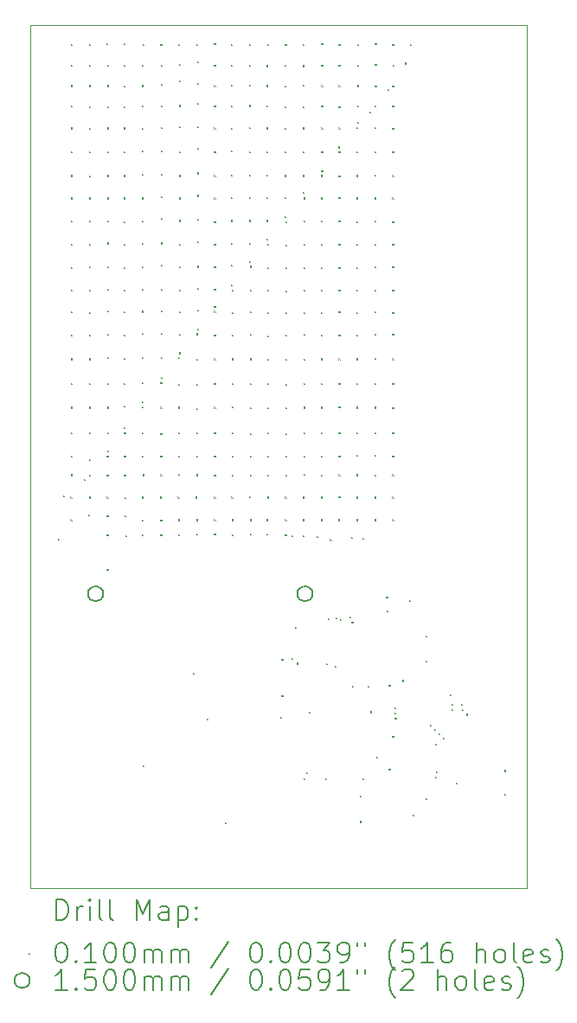
<source format=gbr>
%TF.GenerationSoftware,KiCad,Pcbnew,8.0.1-rc1*%
%TF.CreationDate,2024-04-01T18:49:28-05:00*%
%TF.ProjectId,tetrisBusinessCard,74657472-6973-4427-9573-696e65737343,rev?*%
%TF.SameCoordinates,Original*%
%TF.FileFunction,Drillmap*%
%TF.FilePolarity,Positive*%
%FSLAX45Y45*%
G04 Gerber Fmt 4.5, Leading zero omitted, Abs format (unit mm)*
G04 Created by KiCad (PCBNEW 8.0.1-rc1) date 2024-04-01 18:49:28*
%MOMM*%
%LPD*%
G01*
G04 APERTURE LIST*
%ADD10C,0.050000*%
%ADD11C,0.200000*%
%ADD12C,0.100000*%
%ADD13C,0.150000*%
G04 APERTURE END LIST*
D10*
X17320000Y-1975000D02*
X22185000Y-1975000D01*
X22185000Y-10425000D01*
X17320000Y-10425000D01*
X17320000Y-1975000D01*
D11*
D12*
X17590000Y-7005000D02*
X17600000Y-7015000D01*
X17600000Y-7005000D02*
X17590000Y-7015000D01*
X17640000Y-6580000D02*
X17650000Y-6590000D01*
X17650000Y-6580000D02*
X17640000Y-6590000D01*
X17715000Y-6595000D02*
X17725000Y-6605000D01*
X17725000Y-6595000D02*
X17715000Y-6605000D01*
X17715000Y-6815000D02*
X17725000Y-6825000D01*
X17725000Y-6815000D02*
X17715000Y-6825000D01*
X17720000Y-2160000D02*
X17730000Y-2170000D01*
X17730000Y-2160000D02*
X17720000Y-2170000D01*
X17720000Y-2365000D02*
X17730000Y-2375000D01*
X17730000Y-2365000D02*
X17720000Y-2375000D01*
X17720000Y-2565000D02*
X17730000Y-2575000D01*
X17730000Y-2565000D02*
X17720000Y-2575000D01*
X17720000Y-2765000D02*
X17730000Y-2775000D01*
X17730000Y-2765000D02*
X17720000Y-2775000D01*
X17720000Y-2980000D02*
X17730000Y-2990000D01*
X17730000Y-2980000D02*
X17720000Y-2990000D01*
X17720000Y-3210000D02*
X17730000Y-3220000D01*
X17730000Y-3210000D02*
X17720000Y-3220000D01*
X17720000Y-3445000D02*
X17730000Y-3455000D01*
X17730000Y-3445000D02*
X17720000Y-3455000D01*
X17720000Y-3665000D02*
X17730000Y-3675000D01*
X17730000Y-3665000D02*
X17720000Y-3675000D01*
X17720000Y-3890000D02*
X17730000Y-3900000D01*
X17730000Y-3890000D02*
X17720000Y-3900000D01*
X17720000Y-4115000D02*
X17730000Y-4125000D01*
X17730000Y-4115000D02*
X17720000Y-4125000D01*
X17720000Y-4345000D02*
X17730000Y-4355000D01*
X17730000Y-4345000D02*
X17720000Y-4355000D01*
X17720000Y-4565000D02*
X17730000Y-4575000D01*
X17730000Y-4565000D02*
X17720000Y-4575000D01*
X17720000Y-4780000D02*
X17730000Y-4790000D01*
X17730000Y-4780000D02*
X17720000Y-4790000D01*
X17720000Y-5005000D02*
X17730000Y-5015000D01*
X17730000Y-5005000D02*
X17720000Y-5015000D01*
X17720000Y-5240000D02*
X17730000Y-5250000D01*
X17730000Y-5240000D02*
X17720000Y-5250000D01*
X17720000Y-5480000D02*
X17730000Y-5490000D01*
X17730000Y-5480000D02*
X17720000Y-5490000D01*
X17720000Y-5715000D02*
X17730000Y-5725000D01*
X17730000Y-5715000D02*
X17720000Y-5725000D01*
X17720000Y-5965000D02*
X17730000Y-5975000D01*
X17730000Y-5965000D02*
X17720000Y-5975000D01*
X17720000Y-6195000D02*
X17730000Y-6205000D01*
X17730000Y-6195000D02*
X17720000Y-6205000D01*
X17720000Y-6375000D02*
X17730000Y-6385000D01*
X17730000Y-6375000D02*
X17720000Y-6385000D01*
X17845000Y-6420000D02*
X17855000Y-6430000D01*
X17855000Y-6420000D02*
X17845000Y-6430000D01*
X17890000Y-6770000D02*
X17900000Y-6780000D01*
X17900000Y-6770000D02*
X17890000Y-6780000D01*
X17895000Y-2165000D02*
X17905000Y-2175000D01*
X17905000Y-2165000D02*
X17895000Y-2175000D01*
X17895000Y-2365000D02*
X17905000Y-2375000D01*
X17905000Y-2365000D02*
X17895000Y-2375000D01*
X17895000Y-2565000D02*
X17905000Y-2575000D01*
X17905000Y-2565000D02*
X17895000Y-2575000D01*
X17895000Y-2770000D02*
X17905000Y-2780000D01*
X17905000Y-2770000D02*
X17895000Y-2780000D01*
X17895000Y-2985000D02*
X17905000Y-2995000D01*
X17905000Y-2985000D02*
X17895000Y-2995000D01*
X17895000Y-3215000D02*
X17905000Y-3225000D01*
X17905000Y-3215000D02*
X17895000Y-3225000D01*
X17895000Y-3450000D02*
X17905000Y-3460000D01*
X17905000Y-3450000D02*
X17895000Y-3460000D01*
X17895000Y-3665000D02*
X17905000Y-3675000D01*
X17905000Y-3665000D02*
X17895000Y-3675000D01*
X17895000Y-3890000D02*
X17905000Y-3900000D01*
X17905000Y-3890000D02*
X17895000Y-3900000D01*
X17895000Y-4115000D02*
X17905000Y-4125000D01*
X17905000Y-4115000D02*
X17895000Y-4125000D01*
X17895000Y-4340000D02*
X17905000Y-4350000D01*
X17905000Y-4340000D02*
X17895000Y-4350000D01*
X17895000Y-4565000D02*
X17905000Y-4575000D01*
X17905000Y-4565000D02*
X17895000Y-4575000D01*
X17895000Y-4785000D02*
X17905000Y-4795000D01*
X17905000Y-4785000D02*
X17895000Y-4795000D01*
X17895000Y-5005000D02*
X17905000Y-5015000D01*
X17905000Y-5005000D02*
X17895000Y-5015000D01*
X17895000Y-5240000D02*
X17905000Y-5250000D01*
X17905000Y-5240000D02*
X17895000Y-5250000D01*
X17895000Y-5480000D02*
X17905000Y-5490000D01*
X17905000Y-5480000D02*
X17895000Y-5490000D01*
X17895000Y-5715000D02*
X17905000Y-5725000D01*
X17905000Y-5715000D02*
X17895000Y-5725000D01*
X17895000Y-5965000D02*
X17905000Y-5975000D01*
X17905000Y-5965000D02*
X17895000Y-5975000D01*
X17895000Y-6230000D02*
X17905000Y-6240000D01*
X17905000Y-6230000D02*
X17895000Y-6240000D01*
X17895000Y-6380000D02*
X17905000Y-6390000D01*
X17905000Y-6380000D02*
X17895000Y-6390000D01*
X17895000Y-6595000D02*
X17905000Y-6605000D01*
X17905000Y-6595000D02*
X17895000Y-6605000D01*
X18065000Y-2155000D02*
X18075000Y-2165000D01*
X18075000Y-2155000D02*
X18065000Y-2165000D01*
X18070000Y-6190000D02*
X18080000Y-6200000D01*
X18080000Y-6190000D02*
X18070000Y-6200000D01*
X18070000Y-6380000D02*
X18080000Y-6390000D01*
X18080000Y-6380000D02*
X18070000Y-6390000D01*
X18070000Y-6595000D02*
X18080000Y-6605000D01*
X18080000Y-6595000D02*
X18070000Y-6605000D01*
X18070000Y-6780000D02*
X18080000Y-6790000D01*
X18080000Y-6780000D02*
X18070000Y-6790000D01*
X18070000Y-6960000D02*
X18080000Y-6970000D01*
X18080000Y-6960000D02*
X18070000Y-6970000D01*
X18070000Y-7305000D02*
X18080000Y-7315000D01*
X18080000Y-7305000D02*
X18070000Y-7315000D01*
X18076202Y-2365000D02*
X18086202Y-2375000D01*
X18086202Y-2365000D02*
X18076202Y-2375000D01*
X18076202Y-2565000D02*
X18086202Y-2575000D01*
X18086202Y-2565000D02*
X18076202Y-2575000D01*
X18076202Y-2770000D02*
X18086202Y-2780000D01*
X18086202Y-2770000D02*
X18076202Y-2780000D01*
X18076202Y-2980000D02*
X18086202Y-2990000D01*
X18086202Y-2980000D02*
X18076202Y-2990000D01*
X18076202Y-3215000D02*
X18086202Y-3225000D01*
X18086202Y-3215000D02*
X18076202Y-3225000D01*
X18076202Y-3445000D02*
X18086202Y-3455000D01*
X18086202Y-3445000D02*
X18076202Y-3455000D01*
X18076202Y-3665000D02*
X18086202Y-3675000D01*
X18086202Y-3665000D02*
X18076202Y-3675000D01*
X18076202Y-3890569D02*
X18086202Y-3900569D01*
X18086202Y-3890569D02*
X18076202Y-3900569D01*
X18076202Y-4105000D02*
X18086202Y-4115000D01*
X18086202Y-4105000D02*
X18076202Y-4115000D01*
X18076202Y-4340000D02*
X18086202Y-4350000D01*
X18086202Y-4340000D02*
X18076202Y-4350000D01*
X18076202Y-4560000D02*
X18086202Y-4570000D01*
X18086202Y-4560000D02*
X18076202Y-4570000D01*
X18076202Y-4770000D02*
X18086202Y-4780000D01*
X18086202Y-4770000D02*
X18076202Y-4780000D01*
X18076202Y-5000000D02*
X18086202Y-5010000D01*
X18086202Y-5000000D02*
X18076202Y-5010000D01*
X18076202Y-5230000D02*
X18086202Y-5240000D01*
X18086202Y-5230000D02*
X18076202Y-5240000D01*
X18076202Y-5485000D02*
X18086202Y-5495000D01*
X18086202Y-5485000D02*
X18076202Y-5495000D01*
X18076202Y-5715000D02*
X18086202Y-5725000D01*
X18086202Y-5715000D02*
X18076202Y-5725000D01*
X18076202Y-5965000D02*
X18086202Y-5975000D01*
X18086202Y-5965000D02*
X18076202Y-5975000D01*
X18076202Y-6140386D02*
X18086202Y-6150386D01*
X18086202Y-6140386D02*
X18076202Y-6150386D01*
X18233206Y-2156915D02*
X18243206Y-2166915D01*
X18243206Y-2156915D02*
X18233206Y-2166915D01*
X18235000Y-2365000D02*
X18245000Y-2375000D01*
X18245000Y-2365000D02*
X18235000Y-2375000D01*
X18235000Y-2570000D02*
X18245000Y-2580000D01*
X18245000Y-2570000D02*
X18235000Y-2580000D01*
X18235000Y-2770000D02*
X18245000Y-2780000D01*
X18245000Y-2770000D02*
X18235000Y-2780000D01*
X18235000Y-2980000D02*
X18245000Y-2990000D01*
X18245000Y-2980000D02*
X18235000Y-2990000D01*
X18235000Y-3215000D02*
X18245000Y-3225000D01*
X18245000Y-3215000D02*
X18235000Y-3225000D01*
X18235000Y-3445000D02*
X18245000Y-3455000D01*
X18245000Y-3445000D02*
X18235000Y-3455000D01*
X18235000Y-3665000D02*
X18245000Y-3675000D01*
X18245000Y-3665000D02*
X18235000Y-3675000D01*
X18235000Y-3895000D02*
X18245000Y-3905000D01*
X18245000Y-3895000D02*
X18235000Y-3905000D01*
X18235000Y-4115000D02*
X18245000Y-4125000D01*
X18245000Y-4115000D02*
X18235000Y-4125000D01*
X18235000Y-4345000D02*
X18245000Y-4355000D01*
X18245000Y-4345000D02*
X18235000Y-4355000D01*
X18235000Y-4565000D02*
X18245000Y-4575000D01*
X18245000Y-4565000D02*
X18235000Y-4575000D01*
X18235000Y-4780000D02*
X18245000Y-4790000D01*
X18245000Y-4780000D02*
X18235000Y-4790000D01*
X18235000Y-5005000D02*
X18245000Y-5015000D01*
X18245000Y-5005000D02*
X18235000Y-5015000D01*
X18235000Y-5235000D02*
X18245000Y-5245000D01*
X18245000Y-5235000D02*
X18235000Y-5245000D01*
X18235000Y-5480000D02*
X18245000Y-5490000D01*
X18245000Y-5480000D02*
X18235000Y-5490000D01*
X18235000Y-5705000D02*
X18245000Y-5715000D01*
X18245000Y-5705000D02*
X18235000Y-5715000D01*
X18235000Y-5915000D02*
X18245000Y-5925000D01*
X18245000Y-5915000D02*
X18235000Y-5925000D01*
X18240000Y-5965000D02*
X18250000Y-5975000D01*
X18250000Y-5965000D02*
X18240000Y-5975000D01*
X18240000Y-6190000D02*
X18250000Y-6200000D01*
X18250000Y-6190000D02*
X18240000Y-6200000D01*
X18240000Y-6380000D02*
X18250000Y-6390000D01*
X18250000Y-6380000D02*
X18240000Y-6390000D01*
X18241399Y-6598870D02*
X18251399Y-6608870D01*
X18251399Y-6598870D02*
X18241399Y-6608870D01*
X18245000Y-6775000D02*
X18255000Y-6785000D01*
X18255000Y-6775000D02*
X18245000Y-6785000D01*
X18250000Y-6970000D02*
X18260000Y-6980000D01*
X18260000Y-6970000D02*
X18250000Y-6980000D01*
X18415000Y-2365000D02*
X18425000Y-2375000D01*
X18425000Y-2365000D02*
X18415000Y-2375000D01*
X18415000Y-2565000D02*
X18425000Y-2575000D01*
X18425000Y-2565000D02*
X18415000Y-2575000D01*
X18415000Y-2765000D02*
X18425000Y-2775000D01*
X18425000Y-2765000D02*
X18415000Y-2775000D01*
X18415000Y-2985000D02*
X18425000Y-2995000D01*
X18425000Y-2985000D02*
X18415000Y-2995000D01*
X18415000Y-3205000D02*
X18425000Y-3215000D01*
X18425000Y-3205000D02*
X18415000Y-3215000D01*
X18415000Y-3435000D02*
X18425000Y-3445000D01*
X18425000Y-3435000D02*
X18415000Y-3445000D01*
X18415000Y-3665000D02*
X18425000Y-3675000D01*
X18425000Y-3665000D02*
X18415000Y-3675000D01*
X18415000Y-3890000D02*
X18425000Y-3900000D01*
X18425000Y-3890000D02*
X18415000Y-3900000D01*
X18415000Y-4110000D02*
X18425000Y-4120000D01*
X18425000Y-4110000D02*
X18415000Y-4120000D01*
X18415000Y-4340000D02*
X18425000Y-4350000D01*
X18425000Y-4340000D02*
X18415000Y-4350000D01*
X18415000Y-4560000D02*
X18425000Y-4570000D01*
X18425000Y-4560000D02*
X18415000Y-4570000D01*
X18415000Y-4775000D02*
X18425000Y-4785000D01*
X18425000Y-4775000D02*
X18415000Y-4785000D01*
X18415000Y-4992791D02*
X18425000Y-5002791D01*
X18425000Y-4992791D02*
X18415000Y-5002791D01*
X18415000Y-5230000D02*
X18425000Y-5240000D01*
X18425000Y-5230000D02*
X18415000Y-5240000D01*
X18415000Y-5470000D02*
X18425000Y-5480000D01*
X18425000Y-5470000D02*
X18415000Y-5480000D01*
X18415000Y-5660000D02*
X18425000Y-5670000D01*
X18425000Y-5660000D02*
X18415000Y-5670000D01*
X18415000Y-5710000D02*
X18425000Y-5720000D01*
X18425000Y-5710000D02*
X18415000Y-5720000D01*
X18415000Y-5965000D02*
X18425000Y-5975000D01*
X18425000Y-5965000D02*
X18415000Y-5975000D01*
X18415000Y-6194560D02*
X18425000Y-6204560D01*
X18425000Y-6194560D02*
X18415000Y-6204560D01*
X18415000Y-6595000D02*
X18425000Y-6605000D01*
X18425000Y-6595000D02*
X18415000Y-6605000D01*
X18415000Y-6820000D02*
X18425000Y-6830000D01*
X18425000Y-6820000D02*
X18415000Y-6830000D01*
X18415000Y-6959949D02*
X18425000Y-6969949D01*
X18425000Y-6959949D02*
X18415000Y-6969949D01*
X18420000Y-2160000D02*
X18430000Y-2170000D01*
X18430000Y-2160000D02*
X18420000Y-2170000D01*
X18420000Y-6375000D02*
X18430000Y-6385000D01*
X18430000Y-6375000D02*
X18420000Y-6385000D01*
X18425000Y-9225000D02*
X18435000Y-9235000D01*
X18435000Y-9225000D02*
X18425000Y-9235000D01*
X18590000Y-6595000D02*
X18600000Y-6605000D01*
X18600000Y-6595000D02*
X18590000Y-6605000D01*
X18595000Y-2160000D02*
X18605000Y-2170000D01*
X18605000Y-2160000D02*
X18595000Y-2170000D01*
X18595000Y-5475000D02*
X18605000Y-5485000D01*
X18605000Y-5475000D02*
X18595000Y-5485000D01*
X18595000Y-5715000D02*
X18605000Y-5725000D01*
X18605000Y-5715000D02*
X18595000Y-5725000D01*
X18595000Y-5970000D02*
X18605000Y-5980000D01*
X18605000Y-5970000D02*
X18595000Y-5980000D01*
X18595000Y-6195000D02*
X18605000Y-6205000D01*
X18605000Y-6195000D02*
X18595000Y-6205000D01*
X18595000Y-6375000D02*
X18605000Y-6385000D01*
X18605000Y-6375000D02*
X18595000Y-6385000D01*
X18595000Y-6820000D02*
X18605000Y-6830000D01*
X18605000Y-6820000D02*
X18595000Y-6830000D01*
X18595000Y-6959949D02*
X18605000Y-6969949D01*
X18605000Y-6959949D02*
X18595000Y-6969949D01*
X18600000Y-2365000D02*
X18610000Y-2375000D01*
X18610000Y-2365000D02*
X18600000Y-2375000D01*
X18600000Y-2555000D02*
X18610000Y-2565000D01*
X18610000Y-2555000D02*
X18600000Y-2565000D01*
X18600000Y-2765000D02*
X18610000Y-2775000D01*
X18610000Y-2765000D02*
X18600000Y-2775000D01*
X18600000Y-2975000D02*
X18610000Y-2985000D01*
X18610000Y-2975000D02*
X18600000Y-2985000D01*
X18600000Y-3205000D02*
X18610000Y-3215000D01*
X18610000Y-3205000D02*
X18600000Y-3215000D01*
X18600000Y-3435000D02*
X18610000Y-3445000D01*
X18610000Y-3435000D02*
X18600000Y-3445000D01*
X18600000Y-3650000D02*
X18610000Y-3660000D01*
X18610000Y-3650000D02*
X18600000Y-3660000D01*
X18600000Y-3865000D02*
X18610000Y-3875000D01*
X18610000Y-3865000D02*
X18600000Y-3875000D01*
X18600000Y-4105000D02*
X18610000Y-4115000D01*
X18610000Y-4105000D02*
X18600000Y-4115000D01*
X18600000Y-4320000D02*
X18610000Y-4330000D01*
X18610000Y-4320000D02*
X18600000Y-4330000D01*
X18600000Y-4560000D02*
X18610000Y-4570000D01*
X18610000Y-4560000D02*
X18600000Y-4570000D01*
X18600000Y-4770000D02*
X18610000Y-4780000D01*
X18610000Y-4770000D02*
X18600000Y-4780000D01*
X18600000Y-4990000D02*
X18610000Y-5000000D01*
X18610000Y-4990000D02*
X18600000Y-5000000D01*
X18600000Y-5225000D02*
X18610000Y-5235000D01*
X18610000Y-5225000D02*
X18600000Y-5235000D01*
X18600000Y-5425000D02*
X18610000Y-5435000D01*
X18610000Y-5425000D02*
X18600000Y-5435000D01*
X18765000Y-6595000D02*
X18775000Y-6605000D01*
X18775000Y-6595000D02*
X18765000Y-6605000D01*
X18770000Y-2160000D02*
X18780000Y-2170000D01*
X18780000Y-2160000D02*
X18770000Y-2170000D01*
X18770000Y-5230000D02*
X18780000Y-5240000D01*
X18780000Y-5230000D02*
X18770000Y-5240000D01*
X18770000Y-5490000D02*
X18780000Y-5500000D01*
X18780000Y-5490000D02*
X18770000Y-5500000D01*
X18770000Y-5715000D02*
X18780000Y-5725000D01*
X18780000Y-5715000D02*
X18770000Y-5725000D01*
X18770000Y-5965000D02*
X18780000Y-5975000D01*
X18780000Y-5965000D02*
X18770000Y-5975000D01*
X18770000Y-6190000D02*
X18780000Y-6200000D01*
X18780000Y-6190000D02*
X18770000Y-6200000D01*
X18770000Y-6370000D02*
X18780000Y-6380000D01*
X18780000Y-6370000D02*
X18770000Y-6380000D01*
X18770000Y-6815000D02*
X18780000Y-6825000D01*
X18780000Y-6815000D02*
X18770000Y-6825000D01*
X18770000Y-6959949D02*
X18780000Y-6969949D01*
X18780000Y-6959949D02*
X18770000Y-6969949D01*
X18775522Y-2360000D02*
X18785522Y-2370000D01*
X18785522Y-2360000D02*
X18775522Y-2370000D01*
X18775522Y-2515000D02*
X18785522Y-2525000D01*
X18785522Y-2515000D02*
X18775522Y-2525000D01*
X18775522Y-2760000D02*
X18785522Y-2770000D01*
X18785522Y-2760000D02*
X18775522Y-2770000D01*
X18775522Y-2970000D02*
X18785522Y-2980000D01*
X18785522Y-2970000D02*
X18775522Y-2980000D01*
X18775522Y-3210000D02*
X18785522Y-3220000D01*
X18785522Y-3210000D02*
X18775522Y-3220000D01*
X18775522Y-3445000D02*
X18785522Y-3455000D01*
X18785522Y-3445000D02*
X18775522Y-3455000D01*
X18775522Y-3665000D02*
X18785522Y-3675000D01*
X18785522Y-3665000D02*
X18775522Y-3675000D01*
X18775522Y-3885000D02*
X18785522Y-3895000D01*
X18785522Y-3885000D02*
X18775522Y-3895000D01*
X18775522Y-4115000D02*
X18785522Y-4125000D01*
X18785522Y-4115000D02*
X18775522Y-4125000D01*
X18775522Y-4340000D02*
X18785522Y-4350000D01*
X18785522Y-4340000D02*
X18775522Y-4350000D01*
X18775522Y-4570000D02*
X18785522Y-4580000D01*
X18785522Y-4570000D02*
X18775522Y-4580000D01*
X18775522Y-4780000D02*
X18785522Y-4790000D01*
X18785522Y-4780000D02*
X18775522Y-4790000D01*
X18775522Y-5000000D02*
X18785522Y-5010000D01*
X18785522Y-5000000D02*
X18775522Y-5010000D01*
X18775522Y-5180306D02*
X18785522Y-5190306D01*
X18785522Y-5180306D02*
X18775522Y-5190306D01*
X18915000Y-8320000D02*
X18925000Y-8330000D01*
X18925000Y-8320000D02*
X18915000Y-8330000D01*
X18940000Y-6595000D02*
X18950000Y-6605000D01*
X18950000Y-6595000D02*
X18940000Y-6605000D01*
X18945000Y-2160000D02*
X18955000Y-2170000D01*
X18955000Y-2160000D02*
X18945000Y-2170000D01*
X18945000Y-5245000D02*
X18955000Y-5255000D01*
X18955000Y-5245000D02*
X18945000Y-5255000D01*
X18945000Y-5490000D02*
X18955000Y-5500000D01*
X18955000Y-5490000D02*
X18945000Y-5500000D01*
X18945000Y-5725000D02*
X18955000Y-5735000D01*
X18955000Y-5725000D02*
X18945000Y-5735000D01*
X18945000Y-5965000D02*
X18955000Y-5975000D01*
X18955000Y-5965000D02*
X18945000Y-5975000D01*
X18945000Y-6190000D02*
X18955000Y-6200000D01*
X18955000Y-6190000D02*
X18945000Y-6200000D01*
X18945000Y-6375000D02*
X18955000Y-6385000D01*
X18955000Y-6375000D02*
X18945000Y-6385000D01*
X18945000Y-6815000D02*
X18955000Y-6825000D01*
X18955000Y-6815000D02*
X18945000Y-6825000D01*
X18945000Y-6957828D02*
X18955000Y-6967828D01*
X18955000Y-6957828D02*
X18945000Y-6967828D01*
X18950000Y-4995000D02*
X18960000Y-5005000D01*
X18960000Y-4995000D02*
X18950000Y-5005000D01*
X18955000Y-2335000D02*
X18965000Y-2345000D01*
X18965000Y-2335000D02*
X18955000Y-2345000D01*
X18955000Y-2545000D02*
X18965000Y-2555000D01*
X18965000Y-2545000D02*
X18955000Y-2555000D01*
X18955000Y-2740000D02*
X18965000Y-2750000D01*
X18965000Y-2740000D02*
X18955000Y-2750000D01*
X18955000Y-2965000D02*
X18965000Y-2975000D01*
X18965000Y-2965000D02*
X18955000Y-2975000D01*
X18955000Y-3180000D02*
X18965000Y-3190000D01*
X18965000Y-3180000D02*
X18955000Y-3190000D01*
X18955000Y-3420000D02*
X18965000Y-3430000D01*
X18965000Y-3420000D02*
X18955000Y-3430000D01*
X18955000Y-3640000D02*
X18965000Y-3650000D01*
X18965000Y-3640000D02*
X18955000Y-3650000D01*
X18955000Y-3870000D02*
X18965000Y-3880000D01*
X18965000Y-3870000D02*
X18955000Y-3880000D01*
X18955000Y-4090000D02*
X18965000Y-4100000D01*
X18965000Y-4090000D02*
X18955000Y-4100000D01*
X18955000Y-4335000D02*
X18965000Y-4345000D01*
X18965000Y-4335000D02*
X18955000Y-4345000D01*
X18955000Y-4550000D02*
X18965000Y-4560000D01*
X18965000Y-4550000D02*
X18955000Y-4560000D01*
X18955000Y-4765000D02*
X18965000Y-4775000D01*
X18965000Y-4765000D02*
X18955000Y-4775000D01*
X18955000Y-4945000D02*
X18965000Y-4955000D01*
X18965000Y-4945000D02*
X18955000Y-4955000D01*
X19045000Y-8765000D02*
X19055000Y-8775000D01*
X19055000Y-8765000D02*
X19045000Y-8775000D01*
X19120000Y-2155000D02*
X19130000Y-2165000D01*
X19130000Y-2155000D02*
X19120000Y-2165000D01*
X19120000Y-2365000D02*
X19130000Y-2375000D01*
X19130000Y-2365000D02*
X19120000Y-2375000D01*
X19120000Y-2565000D02*
X19130000Y-2575000D01*
X19130000Y-2565000D02*
X19120000Y-2575000D01*
X19120000Y-2765000D02*
X19130000Y-2775000D01*
X19130000Y-2765000D02*
X19120000Y-2775000D01*
X19120000Y-2980000D02*
X19130000Y-2990000D01*
X19130000Y-2980000D02*
X19120000Y-2990000D01*
X19120000Y-3210000D02*
X19130000Y-3220000D01*
X19130000Y-3210000D02*
X19120000Y-3220000D01*
X19120000Y-3445000D02*
X19130000Y-3455000D01*
X19130000Y-3445000D02*
X19120000Y-3455000D01*
X19120000Y-3665000D02*
X19130000Y-3675000D01*
X19130000Y-3665000D02*
X19120000Y-3675000D01*
X19120000Y-3895000D02*
X19130000Y-3905000D01*
X19130000Y-3895000D02*
X19120000Y-3905000D01*
X19120000Y-4120000D02*
X19130000Y-4130000D01*
X19130000Y-4120000D02*
X19120000Y-4130000D01*
X19120000Y-4340000D02*
X19130000Y-4350000D01*
X19130000Y-4340000D02*
X19120000Y-4350000D01*
X19120000Y-4560000D02*
X19130000Y-4570000D01*
X19130000Y-4560000D02*
X19120000Y-4570000D01*
X19120000Y-4725000D02*
X19130000Y-4735000D01*
X19130000Y-4725000D02*
X19120000Y-4735000D01*
X19120000Y-4775000D02*
X19130000Y-4785000D01*
X19130000Y-4775000D02*
X19120000Y-4785000D01*
X19120000Y-5005000D02*
X19130000Y-5015000D01*
X19130000Y-5005000D02*
X19120000Y-5015000D01*
X19120000Y-5240000D02*
X19130000Y-5250000D01*
X19130000Y-5240000D02*
X19120000Y-5250000D01*
X19120000Y-5480000D02*
X19130000Y-5490000D01*
X19130000Y-5480000D02*
X19120000Y-5490000D01*
X19120000Y-5715000D02*
X19130000Y-5725000D01*
X19130000Y-5715000D02*
X19120000Y-5725000D01*
X19120000Y-5965000D02*
X19130000Y-5975000D01*
X19130000Y-5965000D02*
X19120000Y-5975000D01*
X19120000Y-6190000D02*
X19130000Y-6200000D01*
X19130000Y-6190000D02*
X19120000Y-6200000D01*
X19120000Y-6380000D02*
X19130000Y-6390000D01*
X19130000Y-6380000D02*
X19120000Y-6390000D01*
X19120000Y-6595000D02*
X19130000Y-6605000D01*
X19130000Y-6595000D02*
X19120000Y-6605000D01*
X19120000Y-6815000D02*
X19130000Y-6825000D01*
X19130000Y-6815000D02*
X19120000Y-6825000D01*
X19120000Y-6957828D02*
X19130000Y-6967828D01*
X19130000Y-6957828D02*
X19120000Y-6967828D01*
X19225000Y-9780000D02*
X19235000Y-9790000D01*
X19235000Y-9780000D02*
X19225000Y-9790000D01*
X19285000Y-2160000D02*
X19295000Y-2170000D01*
X19295000Y-2160000D02*
X19285000Y-2170000D01*
X19285681Y-2365000D02*
X19295681Y-2375000D01*
X19295681Y-2365000D02*
X19285681Y-2375000D01*
X19285681Y-2560000D02*
X19295681Y-2570000D01*
X19295681Y-2560000D02*
X19285681Y-2570000D01*
X19285681Y-2765000D02*
X19295681Y-2775000D01*
X19295681Y-2765000D02*
X19285681Y-2775000D01*
X19285681Y-2985000D02*
X19295681Y-2995000D01*
X19295681Y-2985000D02*
X19285681Y-2995000D01*
X19285681Y-3204146D02*
X19295681Y-3214146D01*
X19295681Y-3204146D02*
X19285681Y-3214146D01*
X19285681Y-3440000D02*
X19295681Y-3450000D01*
X19295681Y-3440000D02*
X19285681Y-3450000D01*
X19285681Y-3660000D02*
X19295681Y-3670000D01*
X19295681Y-3660000D02*
X19285681Y-3670000D01*
X19285681Y-3885000D02*
X19295681Y-3895000D01*
X19295681Y-3885000D02*
X19285681Y-3895000D01*
X19285681Y-4110000D02*
X19295681Y-4120000D01*
X19295681Y-4110000D02*
X19285681Y-4120000D01*
X19285681Y-4325000D02*
X19295681Y-4335000D01*
X19295681Y-4325000D02*
X19285681Y-4335000D01*
X19285681Y-4515306D02*
X19295681Y-4525306D01*
X19295681Y-4515306D02*
X19285681Y-4525306D01*
X19290000Y-6595000D02*
X19300000Y-6605000D01*
X19300000Y-6595000D02*
X19290000Y-6605000D01*
X19295000Y-4565000D02*
X19305000Y-4575000D01*
X19305000Y-4565000D02*
X19295000Y-4575000D01*
X19295000Y-4790000D02*
X19305000Y-4800000D01*
X19305000Y-4790000D02*
X19295000Y-4800000D01*
X19295000Y-5005000D02*
X19305000Y-5015000D01*
X19305000Y-5005000D02*
X19295000Y-5015000D01*
X19295000Y-5240000D02*
X19305000Y-5250000D01*
X19305000Y-5240000D02*
X19295000Y-5250000D01*
X19295000Y-5485000D02*
X19305000Y-5495000D01*
X19305000Y-5485000D02*
X19295000Y-5495000D01*
X19295000Y-5710000D02*
X19305000Y-5720000D01*
X19305000Y-5710000D02*
X19295000Y-5720000D01*
X19295000Y-5965000D02*
X19305000Y-5975000D01*
X19305000Y-5965000D02*
X19295000Y-5975000D01*
X19295000Y-6190000D02*
X19305000Y-6200000D01*
X19305000Y-6190000D02*
X19295000Y-6200000D01*
X19295000Y-6380000D02*
X19305000Y-6390000D01*
X19305000Y-6380000D02*
X19295000Y-6390000D01*
X19295000Y-6815000D02*
X19305000Y-6825000D01*
X19305000Y-6815000D02*
X19295000Y-6825000D01*
X19295000Y-6959949D02*
X19305000Y-6969949D01*
X19305000Y-6959949D02*
X19295000Y-6969949D01*
X19460000Y-2160000D02*
X19470000Y-2170000D01*
X19470000Y-2160000D02*
X19460000Y-2170000D01*
X19460376Y-2365000D02*
X19470376Y-2375000D01*
X19470376Y-2365000D02*
X19460376Y-2375000D01*
X19460376Y-2560000D02*
X19470376Y-2570000D01*
X19470376Y-2560000D02*
X19460376Y-2570000D01*
X19460376Y-2760000D02*
X19470376Y-2770000D01*
X19470376Y-2760000D02*
X19460376Y-2770000D01*
X19460376Y-2975000D02*
X19470376Y-2985000D01*
X19470376Y-2975000D02*
X19460376Y-2985000D01*
X19460376Y-3210000D02*
X19470376Y-3220000D01*
X19470376Y-3210000D02*
X19460376Y-3220000D01*
X19460376Y-3440000D02*
X19470376Y-3450000D01*
X19470376Y-3440000D02*
X19460376Y-3450000D01*
X19460376Y-3660000D02*
X19470376Y-3670000D01*
X19470376Y-3660000D02*
X19460376Y-3670000D01*
X19460376Y-3885000D02*
X19470376Y-3895000D01*
X19470376Y-3885000D02*
X19460376Y-3895000D01*
X19460376Y-4110000D02*
X19470376Y-4120000D01*
X19470376Y-4110000D02*
X19460376Y-4120000D01*
X19460376Y-4285935D02*
X19470376Y-4295935D01*
X19470376Y-4285935D02*
X19460376Y-4295935D01*
X19464253Y-6593806D02*
X19474253Y-6603806D01*
X19474253Y-6593806D02*
X19464253Y-6603806D01*
X19470000Y-4335000D02*
X19480000Y-4345000D01*
X19480000Y-4335000D02*
X19470000Y-4345000D01*
X19470000Y-4565000D02*
X19480000Y-4575000D01*
X19480000Y-4565000D02*
X19470000Y-4575000D01*
X19470000Y-4780000D02*
X19480000Y-4790000D01*
X19480000Y-4780000D02*
X19470000Y-4790000D01*
X19470000Y-5000000D02*
X19480000Y-5010000D01*
X19480000Y-5000000D02*
X19470000Y-5010000D01*
X19470000Y-5240000D02*
X19480000Y-5250000D01*
X19480000Y-5240000D02*
X19470000Y-5250000D01*
X19470000Y-5485000D02*
X19480000Y-5495000D01*
X19480000Y-5485000D02*
X19470000Y-5495000D01*
X19470000Y-5720000D02*
X19480000Y-5730000D01*
X19480000Y-5720000D02*
X19470000Y-5730000D01*
X19470000Y-5970000D02*
X19480000Y-5980000D01*
X19480000Y-5970000D02*
X19470000Y-5980000D01*
X19470000Y-6190000D02*
X19480000Y-6200000D01*
X19480000Y-6190000D02*
X19470000Y-6200000D01*
X19470000Y-6380000D02*
X19480000Y-6390000D01*
X19480000Y-6380000D02*
X19470000Y-6390000D01*
X19470000Y-6815000D02*
X19480000Y-6825000D01*
X19480000Y-6815000D02*
X19470000Y-6825000D01*
X19470000Y-6957828D02*
X19480000Y-6967828D01*
X19480000Y-6957828D02*
X19470000Y-6967828D01*
X19635000Y-6815000D02*
X19645000Y-6825000D01*
X19645000Y-6815000D02*
X19635000Y-6825000D01*
X19635000Y-6957828D02*
X19645000Y-6967828D01*
X19645000Y-6957828D02*
X19635000Y-6967828D01*
X19635466Y-2370000D02*
X19645466Y-2380000D01*
X19645466Y-2370000D02*
X19635466Y-2380000D01*
X19635466Y-2565000D02*
X19645466Y-2575000D01*
X19645466Y-2565000D02*
X19635466Y-2575000D01*
X19635466Y-2765000D02*
X19645466Y-2775000D01*
X19645466Y-2765000D02*
X19635466Y-2775000D01*
X19635466Y-2980000D02*
X19645466Y-2990000D01*
X19645466Y-2980000D02*
X19635466Y-2990000D01*
X19635466Y-3215000D02*
X19645466Y-3225000D01*
X19645466Y-3215000D02*
X19635466Y-3225000D01*
X19635466Y-3440000D02*
X19645466Y-3450000D01*
X19645466Y-3440000D02*
X19635466Y-3450000D01*
X19635466Y-3660000D02*
X19645466Y-3670000D01*
X19645466Y-3660000D02*
X19635466Y-3670000D01*
X19635466Y-3885000D02*
X19645466Y-3895000D01*
X19645466Y-3885000D02*
X19635466Y-3895000D01*
X19635466Y-4065206D02*
X19645466Y-4075206D01*
X19645466Y-4065206D02*
X19635466Y-4075206D01*
X19640000Y-2160000D02*
X19650000Y-2170000D01*
X19650000Y-2160000D02*
X19640000Y-2170000D01*
X19640000Y-4115000D02*
X19650000Y-4125000D01*
X19650000Y-4115000D02*
X19640000Y-4125000D01*
X19640000Y-4350000D02*
X19650000Y-4360000D01*
X19650000Y-4350000D02*
X19640000Y-4360000D01*
X19640000Y-4570000D02*
X19650000Y-4580000D01*
X19650000Y-4570000D02*
X19640000Y-4580000D01*
X19640000Y-4785000D02*
X19650000Y-4795000D01*
X19650000Y-4785000D02*
X19640000Y-4795000D01*
X19640000Y-5015000D02*
X19650000Y-5025000D01*
X19650000Y-5015000D02*
X19640000Y-5025000D01*
X19640000Y-5245000D02*
X19650000Y-5255000D01*
X19650000Y-5245000D02*
X19640000Y-5255000D01*
X19640000Y-5485000D02*
X19650000Y-5495000D01*
X19650000Y-5485000D02*
X19640000Y-5495000D01*
X19640000Y-5720000D02*
X19650000Y-5730000D01*
X19650000Y-5720000D02*
X19640000Y-5730000D01*
X19640000Y-5965000D02*
X19650000Y-5975000D01*
X19650000Y-5965000D02*
X19640000Y-5975000D01*
X19640000Y-6190000D02*
X19650000Y-6200000D01*
X19650000Y-6190000D02*
X19640000Y-6200000D01*
X19640000Y-6380000D02*
X19650000Y-6390000D01*
X19650000Y-6380000D02*
X19640000Y-6390000D01*
X19640000Y-6595000D02*
X19650000Y-6605000D01*
X19650000Y-6595000D02*
X19640000Y-6605000D01*
X19767135Y-8749199D02*
X19777135Y-8759199D01*
X19777135Y-8749199D02*
X19767135Y-8759199D01*
X19780000Y-8540000D02*
X19790000Y-8550000D01*
X19790000Y-8540000D02*
X19780000Y-8550000D01*
X19780784Y-8180000D02*
X19790784Y-8190000D01*
X19790784Y-8180000D02*
X19780784Y-8190000D01*
X19810485Y-2365000D02*
X19820485Y-2375000D01*
X19820485Y-2365000D02*
X19810485Y-2375000D01*
X19810485Y-2570000D02*
X19820485Y-2580000D01*
X19820485Y-2570000D02*
X19810485Y-2580000D01*
X19810485Y-2770000D02*
X19820485Y-2780000D01*
X19820485Y-2770000D02*
X19810485Y-2780000D01*
X19810485Y-2985000D02*
X19820485Y-2995000D01*
X19820485Y-2985000D02*
X19810485Y-2995000D01*
X19810485Y-3215000D02*
X19820485Y-3225000D01*
X19820485Y-3215000D02*
X19810485Y-3225000D01*
X19810485Y-3445000D02*
X19820485Y-3455000D01*
X19820485Y-3445000D02*
X19810485Y-3455000D01*
X19810485Y-3660000D02*
X19820485Y-3670000D01*
X19820485Y-3660000D02*
X19810485Y-3670000D01*
X19810485Y-3845913D02*
X19820485Y-3855913D01*
X19820485Y-3845913D02*
X19810485Y-3855913D01*
X19815000Y-2165000D02*
X19825000Y-2175000D01*
X19825000Y-2165000D02*
X19815000Y-2175000D01*
X19815000Y-6595000D02*
X19825000Y-6605000D01*
X19825000Y-6595000D02*
X19815000Y-6605000D01*
X19815000Y-6815000D02*
X19825000Y-6825000D01*
X19825000Y-6815000D02*
X19815000Y-6825000D01*
X19815000Y-6959949D02*
X19825000Y-6969949D01*
X19825000Y-6959949D02*
X19815000Y-6969949D01*
X19820000Y-3895000D02*
X19830000Y-3905000D01*
X19830000Y-3895000D02*
X19820000Y-3905000D01*
X19820000Y-4125000D02*
X19830000Y-4135000D01*
X19830000Y-4125000D02*
X19820000Y-4135000D01*
X19820000Y-4350000D02*
X19830000Y-4360000D01*
X19830000Y-4350000D02*
X19820000Y-4360000D01*
X19820000Y-4575000D02*
X19830000Y-4585000D01*
X19830000Y-4575000D02*
X19820000Y-4585000D01*
X19820000Y-4790000D02*
X19830000Y-4800000D01*
X19830000Y-4790000D02*
X19820000Y-4800000D01*
X19820000Y-5010000D02*
X19830000Y-5020000D01*
X19830000Y-5010000D02*
X19820000Y-5020000D01*
X19820000Y-5245000D02*
X19830000Y-5255000D01*
X19830000Y-5245000D02*
X19820000Y-5255000D01*
X19820000Y-5490000D02*
X19830000Y-5500000D01*
X19830000Y-5490000D02*
X19820000Y-5500000D01*
X19820000Y-5720000D02*
X19830000Y-5730000D01*
X19830000Y-5720000D02*
X19820000Y-5730000D01*
X19820000Y-5970000D02*
X19830000Y-5980000D01*
X19830000Y-5970000D02*
X19820000Y-5980000D01*
X19820000Y-6195000D02*
X19830000Y-6205000D01*
X19830000Y-6195000D02*
X19820000Y-6205000D01*
X19820000Y-6380000D02*
X19830000Y-6390000D01*
X19830000Y-6380000D02*
X19820000Y-6390000D01*
X19880000Y-6975000D02*
X19890000Y-6985000D01*
X19890000Y-6975000D02*
X19880000Y-6985000D01*
X19881365Y-8176162D02*
X19891365Y-8186162D01*
X19891365Y-8176162D02*
X19881365Y-8186162D01*
X19910000Y-7871569D02*
X19920000Y-7881569D01*
X19920000Y-7871569D02*
X19910000Y-7881569D01*
X19926365Y-8221162D02*
X19936365Y-8231162D01*
X19936365Y-8221162D02*
X19926365Y-8231162D01*
X19985000Y-2160000D02*
X19995000Y-2170000D01*
X19995000Y-2160000D02*
X19985000Y-2170000D01*
X19985000Y-2370000D02*
X19995000Y-2380000D01*
X19995000Y-2370000D02*
X19985000Y-2380000D01*
X19985000Y-2560000D02*
X19995000Y-2570000D01*
X19995000Y-2560000D02*
X19985000Y-2570000D01*
X19985000Y-2775000D02*
X19995000Y-2785000D01*
X19995000Y-2775000D02*
X19985000Y-2785000D01*
X19985000Y-2980000D02*
X19995000Y-2990000D01*
X19995000Y-2980000D02*
X19985000Y-2990000D01*
X19985000Y-3215000D02*
X19995000Y-3225000D01*
X19995000Y-3215000D02*
X19985000Y-3225000D01*
X19985000Y-3445000D02*
X19995000Y-3455000D01*
X19995000Y-3445000D02*
X19985000Y-3455000D01*
X19985681Y-3611243D02*
X19995681Y-3621243D01*
X19995681Y-3611243D02*
X19985681Y-3621243D01*
X19990000Y-6595000D02*
X20000000Y-6605000D01*
X20000000Y-6595000D02*
X19990000Y-6605000D01*
X19990000Y-6815000D02*
X20000000Y-6825000D01*
X20000000Y-6815000D02*
X19990000Y-6825000D01*
X19990000Y-6975000D02*
X20000000Y-6985000D01*
X20000000Y-6975000D02*
X19990000Y-6985000D01*
X19995000Y-3665000D02*
X20005000Y-3675000D01*
X20005000Y-3665000D02*
X19995000Y-3675000D01*
X19995000Y-3890000D02*
X20005000Y-3900000D01*
X20005000Y-3890000D02*
X19995000Y-3900000D01*
X19995000Y-4120000D02*
X20005000Y-4130000D01*
X20005000Y-4120000D02*
X19995000Y-4130000D01*
X19995000Y-4345000D02*
X20005000Y-4355000D01*
X20005000Y-4345000D02*
X19995000Y-4355000D01*
X19995000Y-4565000D02*
X20005000Y-4575000D01*
X20005000Y-4565000D02*
X19995000Y-4575000D01*
X19995000Y-4785000D02*
X20005000Y-4795000D01*
X20005000Y-4785000D02*
X19995000Y-4795000D01*
X19995000Y-5000000D02*
X20005000Y-5010000D01*
X20005000Y-5000000D02*
X19995000Y-5010000D01*
X19995000Y-5245000D02*
X20005000Y-5255000D01*
X20005000Y-5245000D02*
X19995000Y-5255000D01*
X19995000Y-5480000D02*
X20005000Y-5490000D01*
X20005000Y-5480000D02*
X19995000Y-5490000D01*
X19995000Y-5715000D02*
X20005000Y-5725000D01*
X20005000Y-5715000D02*
X19995000Y-5725000D01*
X19995000Y-5965000D02*
X20005000Y-5975000D01*
X20005000Y-5965000D02*
X19995000Y-5975000D01*
X19995000Y-6190000D02*
X20005000Y-6200000D01*
X20005000Y-6190000D02*
X19995000Y-6200000D01*
X19995000Y-6370000D02*
X20005000Y-6380000D01*
X20005000Y-6370000D02*
X19995000Y-6380000D01*
X19995000Y-9350000D02*
X20005000Y-9360000D01*
X20005000Y-9350000D02*
X19995000Y-9360000D01*
X20020000Y-9295000D02*
X20030000Y-9305000D01*
X20030000Y-9295000D02*
X20020000Y-9305000D01*
X20045000Y-8700000D02*
X20055000Y-8710000D01*
X20055000Y-8700000D02*
X20045000Y-8710000D01*
X20120000Y-6980000D02*
X20130000Y-6990000D01*
X20130000Y-6980000D02*
X20120000Y-6990000D01*
X20165000Y-3445000D02*
X20175000Y-3455000D01*
X20175000Y-3445000D02*
X20165000Y-3455000D01*
X20165000Y-3665000D02*
X20175000Y-3675000D01*
X20175000Y-3665000D02*
X20165000Y-3675000D01*
X20165000Y-3890000D02*
X20175000Y-3900000D01*
X20175000Y-3890000D02*
X20165000Y-3900000D01*
X20165000Y-4115000D02*
X20175000Y-4125000D01*
X20175000Y-4115000D02*
X20165000Y-4125000D01*
X20165000Y-4344412D02*
X20175000Y-4354412D01*
X20175000Y-4344412D02*
X20165000Y-4354412D01*
X20165000Y-4565000D02*
X20175000Y-4575000D01*
X20175000Y-4565000D02*
X20165000Y-4575000D01*
X20165000Y-4785000D02*
X20175000Y-4795000D01*
X20175000Y-4785000D02*
X20165000Y-4795000D01*
X20165000Y-5005000D02*
X20175000Y-5015000D01*
X20175000Y-5005000D02*
X20165000Y-5015000D01*
X20165000Y-5240000D02*
X20175000Y-5250000D01*
X20175000Y-5240000D02*
X20165000Y-5250000D01*
X20165000Y-5480000D02*
X20175000Y-5490000D01*
X20175000Y-5480000D02*
X20165000Y-5490000D01*
X20165000Y-5715000D02*
X20175000Y-5725000D01*
X20175000Y-5715000D02*
X20165000Y-5725000D01*
X20165000Y-5965000D02*
X20175000Y-5975000D01*
X20175000Y-5965000D02*
X20165000Y-5975000D01*
X20165000Y-6190000D02*
X20175000Y-6200000D01*
X20175000Y-6190000D02*
X20165000Y-6200000D01*
X20165000Y-6380000D02*
X20175000Y-6390000D01*
X20175000Y-6380000D02*
X20165000Y-6390000D01*
X20165000Y-6595000D02*
X20175000Y-6605000D01*
X20175000Y-6595000D02*
X20165000Y-6605000D01*
X20165000Y-6815000D02*
X20175000Y-6825000D01*
X20175000Y-6815000D02*
X20165000Y-6825000D01*
X20170000Y-2155000D02*
X20180000Y-2165000D01*
X20180000Y-2155000D02*
X20170000Y-2165000D01*
X20170522Y-2365000D02*
X20180522Y-2375000D01*
X20180522Y-2365000D02*
X20170522Y-2375000D01*
X20170522Y-2565000D02*
X20180522Y-2575000D01*
X20180522Y-2565000D02*
X20170522Y-2575000D01*
X20170522Y-2765000D02*
X20180522Y-2775000D01*
X20180522Y-2765000D02*
X20170522Y-2775000D01*
X20170522Y-2980000D02*
X20180522Y-2990000D01*
X20180522Y-2980000D02*
X20170522Y-2990000D01*
X20170522Y-3210000D02*
X20180522Y-3220000D01*
X20180522Y-3210000D02*
X20170522Y-3220000D01*
X20170522Y-3395306D02*
X20180522Y-3405306D01*
X20180522Y-3395306D02*
X20170522Y-3405306D01*
X20205000Y-9350000D02*
X20215000Y-9360000D01*
X20215000Y-9350000D02*
X20205000Y-9360000D01*
X20215000Y-8223284D02*
X20225000Y-8233284D01*
X20225000Y-8223284D02*
X20215000Y-8233284D01*
X20233389Y-7783388D02*
X20243389Y-7793388D01*
X20243389Y-7783388D02*
X20233389Y-7793388D01*
X20255000Y-7010000D02*
X20265000Y-7020000D01*
X20265000Y-7010000D02*
X20255000Y-7020000D01*
X20300000Y-8250000D02*
X20310000Y-8260000D01*
X20310000Y-8250000D02*
X20300000Y-8260000D01*
X20307708Y-7772708D02*
X20317708Y-7782708D01*
X20317708Y-7772708D02*
X20307708Y-7782708D01*
X20335000Y-6815000D02*
X20345000Y-6825000D01*
X20345000Y-6815000D02*
X20335000Y-6825000D01*
X20335593Y-3165194D02*
X20345593Y-3175194D01*
X20345593Y-3165194D02*
X20335593Y-3175194D01*
X20340000Y-2160000D02*
X20350000Y-2170000D01*
X20350000Y-2160000D02*
X20340000Y-2170000D01*
X20340000Y-2365000D02*
X20350000Y-2375000D01*
X20350000Y-2365000D02*
X20340000Y-2375000D01*
X20340000Y-2565000D02*
X20350000Y-2575000D01*
X20350000Y-2565000D02*
X20340000Y-2575000D01*
X20340000Y-2770000D02*
X20350000Y-2780000D01*
X20350000Y-2770000D02*
X20340000Y-2780000D01*
X20340000Y-2980000D02*
X20350000Y-2990000D01*
X20350000Y-2980000D02*
X20340000Y-2990000D01*
X20340000Y-3215000D02*
X20350000Y-3225000D01*
X20350000Y-3215000D02*
X20340000Y-3225000D01*
X20340000Y-3450000D02*
X20350000Y-3460000D01*
X20350000Y-3450000D02*
X20340000Y-3460000D01*
X20340000Y-3660000D02*
X20350000Y-3670000D01*
X20350000Y-3660000D02*
X20340000Y-3670000D01*
X20340000Y-3890000D02*
X20350000Y-3900000D01*
X20350000Y-3890000D02*
X20340000Y-3900000D01*
X20340000Y-4120000D02*
X20350000Y-4130000D01*
X20350000Y-4120000D02*
X20340000Y-4130000D01*
X20340000Y-4345000D02*
X20350000Y-4355000D01*
X20350000Y-4345000D02*
X20340000Y-4355000D01*
X20340000Y-4565000D02*
X20350000Y-4575000D01*
X20350000Y-4565000D02*
X20340000Y-4575000D01*
X20340000Y-4780000D02*
X20350000Y-4790000D01*
X20350000Y-4780000D02*
X20340000Y-4790000D01*
X20340000Y-5005000D02*
X20350000Y-5015000D01*
X20350000Y-5005000D02*
X20340000Y-5015000D01*
X20340000Y-5240000D02*
X20350000Y-5250000D01*
X20350000Y-5240000D02*
X20340000Y-5250000D01*
X20340000Y-5480000D02*
X20350000Y-5490000D01*
X20350000Y-5480000D02*
X20340000Y-5490000D01*
X20340000Y-5710000D02*
X20350000Y-5720000D01*
X20350000Y-5710000D02*
X20340000Y-5720000D01*
X20340000Y-5964481D02*
X20350000Y-5974481D01*
X20350000Y-5964481D02*
X20340000Y-5974481D01*
X20340000Y-6191892D02*
X20350000Y-6201892D01*
X20350000Y-6191892D02*
X20340000Y-6201892D01*
X20340000Y-6375000D02*
X20350000Y-6385000D01*
X20350000Y-6375000D02*
X20340000Y-6385000D01*
X20340000Y-6590000D02*
X20350000Y-6600000D01*
X20350000Y-6590000D02*
X20340000Y-6600000D01*
X20355000Y-7790000D02*
X20365000Y-7800000D01*
X20365000Y-7790000D02*
X20355000Y-7800000D01*
X20445000Y-7770000D02*
X20455000Y-7780000D01*
X20455000Y-7770000D02*
X20445000Y-7780000D01*
X20465000Y-6990000D02*
X20475000Y-7000000D01*
X20475000Y-6990000D02*
X20465000Y-7000000D01*
X20465784Y-7820784D02*
X20475784Y-7830784D01*
X20475784Y-7820784D02*
X20465784Y-7830784D01*
X20470000Y-8445000D02*
X20480000Y-8455000D01*
X20480000Y-8445000D02*
X20470000Y-8455000D01*
X20515000Y-2975000D02*
X20525000Y-2985000D01*
X20525000Y-2975000D02*
X20515000Y-2985000D01*
X20515000Y-3215000D02*
X20525000Y-3225000D01*
X20525000Y-3215000D02*
X20515000Y-3225000D01*
X20515000Y-3445000D02*
X20525000Y-3455000D01*
X20525000Y-3445000D02*
X20515000Y-3455000D01*
X20515000Y-3665000D02*
X20525000Y-3675000D01*
X20525000Y-3665000D02*
X20515000Y-3675000D01*
X20515000Y-3895000D02*
X20525000Y-3905000D01*
X20525000Y-3895000D02*
X20515000Y-3905000D01*
X20515000Y-4120000D02*
X20525000Y-4130000D01*
X20525000Y-4120000D02*
X20515000Y-4130000D01*
X20515000Y-4345000D02*
X20525000Y-4355000D01*
X20525000Y-4345000D02*
X20515000Y-4355000D01*
X20515000Y-4570000D02*
X20525000Y-4580000D01*
X20525000Y-4570000D02*
X20515000Y-4580000D01*
X20515000Y-4785000D02*
X20525000Y-4795000D01*
X20525000Y-4785000D02*
X20515000Y-4795000D01*
X20515000Y-5005000D02*
X20525000Y-5015000D01*
X20525000Y-5005000D02*
X20515000Y-5015000D01*
X20515000Y-5240000D02*
X20525000Y-5250000D01*
X20525000Y-5240000D02*
X20515000Y-5250000D01*
X20515000Y-5480000D02*
X20525000Y-5490000D01*
X20525000Y-5480000D02*
X20515000Y-5490000D01*
X20515000Y-5715000D02*
X20525000Y-5725000D01*
X20525000Y-5715000D02*
X20515000Y-5725000D01*
X20515000Y-5965000D02*
X20525000Y-5975000D01*
X20525000Y-5965000D02*
X20515000Y-5975000D01*
X20515000Y-6185000D02*
X20525000Y-6195000D01*
X20525000Y-6185000D02*
X20515000Y-6195000D01*
X20515000Y-6375000D02*
X20525000Y-6385000D01*
X20525000Y-6375000D02*
X20515000Y-6385000D01*
X20515000Y-6595000D02*
X20525000Y-6605000D01*
X20525000Y-6595000D02*
X20515000Y-6605000D01*
X20515000Y-6815000D02*
X20525000Y-6825000D01*
X20525000Y-6815000D02*
X20515000Y-6825000D01*
X20520000Y-2165000D02*
X20530000Y-2175000D01*
X20530000Y-2165000D02*
X20520000Y-2175000D01*
X20520522Y-2367708D02*
X20530522Y-2377708D01*
X20530522Y-2367708D02*
X20520522Y-2377708D01*
X20520522Y-2565000D02*
X20530522Y-2575000D01*
X20530522Y-2565000D02*
X20520522Y-2575000D01*
X20520522Y-2765000D02*
X20530522Y-2775000D01*
X20530522Y-2765000D02*
X20520522Y-2775000D01*
X20520522Y-2925306D02*
X20530522Y-2935306D01*
X20530522Y-2925306D02*
X20520522Y-2935306D01*
X20550000Y-9520000D02*
X20560000Y-9530000D01*
X20560000Y-9520000D02*
X20550000Y-9530000D01*
X20550000Y-9770000D02*
X20560000Y-9780000D01*
X20560000Y-9770000D02*
X20550000Y-9780000D01*
X20570000Y-9350000D02*
X20580000Y-9360000D01*
X20580000Y-9350000D02*
X20570000Y-9360000D01*
X20575000Y-7000000D02*
X20585000Y-7010000D01*
X20585000Y-7000000D02*
X20575000Y-7010000D01*
X20620000Y-8445000D02*
X20630000Y-8455000D01*
X20630000Y-8445000D02*
X20620000Y-8455000D01*
X20640000Y-2820000D02*
X20650000Y-2830000D01*
X20650000Y-2820000D02*
X20640000Y-2830000D01*
X20645000Y-8695000D02*
X20655000Y-8705000D01*
X20655000Y-8695000D02*
X20645000Y-8705000D01*
X20690000Y-2765000D02*
X20700000Y-2775000D01*
X20700000Y-2765000D02*
X20690000Y-2775000D01*
X20690000Y-2975000D02*
X20700000Y-2985000D01*
X20700000Y-2975000D02*
X20690000Y-2985000D01*
X20690000Y-3215000D02*
X20700000Y-3225000D01*
X20700000Y-3215000D02*
X20690000Y-3225000D01*
X20690000Y-3442790D02*
X20700000Y-3452790D01*
X20700000Y-3442790D02*
X20690000Y-3452790D01*
X20690000Y-3665000D02*
X20700000Y-3675000D01*
X20700000Y-3665000D02*
X20690000Y-3675000D01*
X20690000Y-3890000D02*
X20700000Y-3900000D01*
X20700000Y-3890000D02*
X20690000Y-3900000D01*
X20690000Y-4115000D02*
X20700000Y-4125000D01*
X20700000Y-4115000D02*
X20690000Y-4125000D01*
X20690000Y-4340000D02*
X20700000Y-4350000D01*
X20700000Y-4340000D02*
X20690000Y-4350000D01*
X20690000Y-4565000D02*
X20700000Y-4575000D01*
X20700000Y-4565000D02*
X20690000Y-4575000D01*
X20690000Y-4780000D02*
X20700000Y-4790000D01*
X20700000Y-4780000D02*
X20690000Y-4790000D01*
X20690000Y-5000000D02*
X20700000Y-5010000D01*
X20700000Y-5000000D02*
X20690000Y-5010000D01*
X20690000Y-5234571D02*
X20700000Y-5244571D01*
X20700000Y-5234571D02*
X20690000Y-5244571D01*
X20690000Y-5485000D02*
X20700000Y-5495000D01*
X20700000Y-5485000D02*
X20690000Y-5495000D01*
X20690000Y-5715000D02*
X20700000Y-5725000D01*
X20700000Y-5715000D02*
X20690000Y-5725000D01*
X20690000Y-5965000D02*
X20700000Y-5975000D01*
X20700000Y-5965000D02*
X20690000Y-5975000D01*
X20690000Y-6185000D02*
X20700000Y-6195000D01*
X20700000Y-6185000D02*
X20690000Y-6195000D01*
X20690000Y-6380000D02*
X20700000Y-6390000D01*
X20700000Y-6380000D02*
X20690000Y-6390000D01*
X20690000Y-6595000D02*
X20700000Y-6605000D01*
X20700000Y-6595000D02*
X20690000Y-6605000D01*
X20690000Y-6815000D02*
X20700000Y-6825000D01*
X20700000Y-6815000D02*
X20690000Y-6825000D01*
X20695000Y-2155000D02*
X20705000Y-2165000D01*
X20705000Y-2155000D02*
X20695000Y-2165000D01*
X20695000Y-2360000D02*
X20705000Y-2370000D01*
X20705000Y-2360000D02*
X20695000Y-2370000D01*
X20695000Y-2570000D02*
X20705000Y-2580000D01*
X20705000Y-2570000D02*
X20695000Y-2580000D01*
X20710000Y-9140000D02*
X20720000Y-9150000D01*
X20720000Y-9140000D02*
X20710000Y-9150000D01*
X20805000Y-7570000D02*
X20815000Y-7580000D01*
X20815000Y-7570000D02*
X20805000Y-7580000D01*
X20810000Y-7710250D02*
X20820000Y-7720250D01*
X20820000Y-7710250D02*
X20810000Y-7720250D01*
X20815000Y-2605000D02*
X20825000Y-2615000D01*
X20825000Y-2605000D02*
X20815000Y-2615000D01*
X20830000Y-8435000D02*
X20840000Y-8445000D01*
X20840000Y-8435000D02*
X20830000Y-8445000D01*
X20830000Y-9260000D02*
X20840000Y-9270000D01*
X20840000Y-9260000D02*
X20830000Y-9270000D01*
X20865000Y-2165000D02*
X20875000Y-2175000D01*
X20875000Y-2165000D02*
X20865000Y-2175000D01*
X20865000Y-2570000D02*
X20875000Y-2580000D01*
X20875000Y-2570000D02*
X20865000Y-2580000D01*
X20865000Y-2765000D02*
X20875000Y-2775000D01*
X20875000Y-2765000D02*
X20865000Y-2775000D01*
X20865000Y-2985000D02*
X20875000Y-2995000D01*
X20875000Y-2985000D02*
X20865000Y-2995000D01*
X20865000Y-3210000D02*
X20875000Y-3220000D01*
X20875000Y-3210000D02*
X20865000Y-3220000D01*
X20865000Y-3445000D02*
X20875000Y-3455000D01*
X20875000Y-3445000D02*
X20865000Y-3455000D01*
X20865000Y-3665000D02*
X20875000Y-3675000D01*
X20875000Y-3665000D02*
X20865000Y-3675000D01*
X20865000Y-3895000D02*
X20875000Y-3905000D01*
X20875000Y-3895000D02*
X20865000Y-3905000D01*
X20865000Y-4115000D02*
X20875000Y-4125000D01*
X20875000Y-4115000D02*
X20865000Y-4125000D01*
X20865000Y-4340000D02*
X20875000Y-4350000D01*
X20875000Y-4340000D02*
X20865000Y-4350000D01*
X20865000Y-4565000D02*
X20875000Y-4575000D01*
X20875000Y-4565000D02*
X20865000Y-4575000D01*
X20865000Y-4785000D02*
X20875000Y-4795000D01*
X20875000Y-4785000D02*
X20865000Y-4795000D01*
X20865000Y-5000000D02*
X20875000Y-5010000D01*
X20875000Y-5000000D02*
X20865000Y-5010000D01*
X20865000Y-5240000D02*
X20875000Y-5250000D01*
X20875000Y-5240000D02*
X20865000Y-5250000D01*
X20865000Y-5480000D02*
X20875000Y-5490000D01*
X20875000Y-5480000D02*
X20865000Y-5490000D01*
X20865000Y-5720000D02*
X20875000Y-5730000D01*
X20875000Y-5720000D02*
X20865000Y-5730000D01*
X20865000Y-5965000D02*
X20875000Y-5975000D01*
X20875000Y-5965000D02*
X20865000Y-5975000D01*
X20865000Y-6190000D02*
X20875000Y-6200000D01*
X20875000Y-6190000D02*
X20865000Y-6200000D01*
X20865000Y-6375000D02*
X20875000Y-6385000D01*
X20875000Y-6375000D02*
X20865000Y-6385000D01*
X20865000Y-6595000D02*
X20875000Y-6605000D01*
X20875000Y-6595000D02*
X20865000Y-6605000D01*
X20865000Y-6815000D02*
X20875000Y-6825000D01*
X20875000Y-6815000D02*
X20865000Y-6825000D01*
X20865000Y-8935000D02*
X20875000Y-8945000D01*
X20875000Y-8935000D02*
X20865000Y-8945000D01*
X20870000Y-2365000D02*
X20880000Y-2375000D01*
X20880000Y-2365000D02*
X20870000Y-2375000D01*
X20884478Y-8705306D02*
X20894478Y-8715306D01*
X20894478Y-8705306D02*
X20884478Y-8715306D01*
X20885125Y-8655310D02*
X20895125Y-8665310D01*
X20895125Y-8655310D02*
X20885125Y-8665310D01*
X20890000Y-8755000D02*
X20900000Y-8765000D01*
X20900000Y-8755000D02*
X20890000Y-8765000D01*
X20960000Y-8390000D02*
X20970000Y-8400000D01*
X20970000Y-8390000D02*
X20960000Y-8400000D01*
X20990000Y-2345000D02*
X21000000Y-2355000D01*
X21000000Y-2345000D02*
X20990000Y-2355000D01*
X21030000Y-7605000D02*
X21040000Y-7615000D01*
X21040000Y-7605000D02*
X21030000Y-7615000D01*
X21040000Y-2160000D02*
X21050000Y-2170000D01*
X21050000Y-2160000D02*
X21040000Y-2170000D01*
X21065000Y-9705000D02*
X21075000Y-9715000D01*
X21075000Y-9705000D02*
X21065000Y-9715000D01*
X21190000Y-7955000D02*
X21200000Y-7965000D01*
X21200000Y-7955000D02*
X21190000Y-7965000D01*
X21190000Y-8200000D02*
X21200000Y-8210000D01*
X21200000Y-8200000D02*
X21190000Y-8210000D01*
X21191480Y-9545000D02*
X21201480Y-9555000D01*
X21201480Y-9545000D02*
X21191480Y-9555000D01*
X21235000Y-8828180D02*
X21245000Y-8838180D01*
X21245000Y-8828180D02*
X21235000Y-8838180D01*
X21275000Y-8865000D02*
X21285000Y-8875000D01*
X21285000Y-8865000D02*
X21275000Y-8875000D01*
X21280000Y-9335000D02*
X21290000Y-9345000D01*
X21290000Y-9335000D02*
X21280000Y-9345000D01*
X21285000Y-9015000D02*
X21295000Y-9025000D01*
X21295000Y-9015000D02*
X21285000Y-9025000D01*
X21295000Y-9285000D02*
X21305000Y-9295000D01*
X21305000Y-9285000D02*
X21295000Y-9295000D01*
X21315000Y-8910000D02*
X21325000Y-8920000D01*
X21325000Y-8910000D02*
X21315000Y-8920000D01*
X21360000Y-8955000D02*
X21370000Y-8965000D01*
X21370000Y-8955000D02*
X21360000Y-8965000D01*
X21425000Y-8530000D02*
X21435000Y-8540000D01*
X21435000Y-8530000D02*
X21425000Y-8540000D01*
X21445000Y-8625000D02*
X21455000Y-8635000D01*
X21455000Y-8625000D02*
X21445000Y-8635000D01*
X21445250Y-8675000D02*
X21455250Y-8685000D01*
X21455250Y-8675000D02*
X21445250Y-8685000D01*
X21490000Y-9395000D02*
X21500000Y-9405000D01*
X21500000Y-9395000D02*
X21490000Y-9405000D01*
X21539478Y-8625306D02*
X21549478Y-8635306D01*
X21549478Y-8625306D02*
X21539478Y-8635306D01*
X21545000Y-8675000D02*
X21555000Y-8685000D01*
X21555000Y-8675000D02*
X21545000Y-8685000D01*
X21590000Y-8719883D02*
X21600000Y-8729883D01*
X21600000Y-8719883D02*
X21590000Y-8729883D01*
X21960000Y-9270000D02*
X21970000Y-9280000D01*
X21970000Y-9270000D02*
X21960000Y-9280000D01*
X21960000Y-9500000D02*
X21970000Y-9510000D01*
X21970000Y-9500000D02*
X21960000Y-9510000D01*
D13*
X18036000Y-7545000D02*
G75*
G02*
X17886000Y-7545000I-75000J0D01*
G01*
X17886000Y-7545000D02*
G75*
G02*
X18036000Y-7545000I75000J0D01*
G01*
X20085000Y-7545000D02*
G75*
G02*
X19935000Y-7545000I-75000J0D01*
G01*
X19935000Y-7545000D02*
G75*
G02*
X20085000Y-7545000I75000J0D01*
G01*
D11*
X17578277Y-10738984D02*
X17578277Y-10538984D01*
X17578277Y-10538984D02*
X17625896Y-10538984D01*
X17625896Y-10538984D02*
X17654467Y-10548508D01*
X17654467Y-10548508D02*
X17673515Y-10567555D01*
X17673515Y-10567555D02*
X17683039Y-10586603D01*
X17683039Y-10586603D02*
X17692563Y-10624698D01*
X17692563Y-10624698D02*
X17692563Y-10653270D01*
X17692563Y-10653270D02*
X17683039Y-10691365D01*
X17683039Y-10691365D02*
X17673515Y-10710412D01*
X17673515Y-10710412D02*
X17654467Y-10729460D01*
X17654467Y-10729460D02*
X17625896Y-10738984D01*
X17625896Y-10738984D02*
X17578277Y-10738984D01*
X17778277Y-10738984D02*
X17778277Y-10605650D01*
X17778277Y-10643746D02*
X17787801Y-10624698D01*
X17787801Y-10624698D02*
X17797324Y-10615174D01*
X17797324Y-10615174D02*
X17816372Y-10605650D01*
X17816372Y-10605650D02*
X17835420Y-10605650D01*
X17902086Y-10738984D02*
X17902086Y-10605650D01*
X17902086Y-10538984D02*
X17892563Y-10548508D01*
X17892563Y-10548508D02*
X17902086Y-10558031D01*
X17902086Y-10558031D02*
X17911610Y-10548508D01*
X17911610Y-10548508D02*
X17902086Y-10538984D01*
X17902086Y-10538984D02*
X17902086Y-10558031D01*
X18025896Y-10738984D02*
X18006848Y-10729460D01*
X18006848Y-10729460D02*
X17997324Y-10710412D01*
X17997324Y-10710412D02*
X17997324Y-10538984D01*
X18130658Y-10738984D02*
X18111610Y-10729460D01*
X18111610Y-10729460D02*
X18102086Y-10710412D01*
X18102086Y-10710412D02*
X18102086Y-10538984D01*
X18359229Y-10738984D02*
X18359229Y-10538984D01*
X18359229Y-10538984D02*
X18425896Y-10681841D01*
X18425896Y-10681841D02*
X18492563Y-10538984D01*
X18492563Y-10538984D02*
X18492563Y-10738984D01*
X18673515Y-10738984D02*
X18673515Y-10634222D01*
X18673515Y-10634222D02*
X18663991Y-10615174D01*
X18663991Y-10615174D02*
X18644944Y-10605650D01*
X18644944Y-10605650D02*
X18606848Y-10605650D01*
X18606848Y-10605650D02*
X18587801Y-10615174D01*
X18673515Y-10729460D02*
X18654467Y-10738984D01*
X18654467Y-10738984D02*
X18606848Y-10738984D01*
X18606848Y-10738984D02*
X18587801Y-10729460D01*
X18587801Y-10729460D02*
X18578277Y-10710412D01*
X18578277Y-10710412D02*
X18578277Y-10691365D01*
X18578277Y-10691365D02*
X18587801Y-10672317D01*
X18587801Y-10672317D02*
X18606848Y-10662793D01*
X18606848Y-10662793D02*
X18654467Y-10662793D01*
X18654467Y-10662793D02*
X18673515Y-10653270D01*
X18768753Y-10605650D02*
X18768753Y-10805650D01*
X18768753Y-10615174D02*
X18787801Y-10605650D01*
X18787801Y-10605650D02*
X18825896Y-10605650D01*
X18825896Y-10605650D02*
X18844944Y-10615174D01*
X18844944Y-10615174D02*
X18854467Y-10624698D01*
X18854467Y-10624698D02*
X18863991Y-10643746D01*
X18863991Y-10643746D02*
X18863991Y-10700889D01*
X18863991Y-10700889D02*
X18854467Y-10719936D01*
X18854467Y-10719936D02*
X18844944Y-10729460D01*
X18844944Y-10729460D02*
X18825896Y-10738984D01*
X18825896Y-10738984D02*
X18787801Y-10738984D01*
X18787801Y-10738984D02*
X18768753Y-10729460D01*
X18949705Y-10719936D02*
X18959229Y-10729460D01*
X18959229Y-10729460D02*
X18949705Y-10738984D01*
X18949705Y-10738984D02*
X18940182Y-10729460D01*
X18940182Y-10729460D02*
X18949705Y-10719936D01*
X18949705Y-10719936D02*
X18949705Y-10738984D01*
X18949705Y-10615174D02*
X18959229Y-10624698D01*
X18959229Y-10624698D02*
X18949705Y-10634222D01*
X18949705Y-10634222D02*
X18940182Y-10624698D01*
X18940182Y-10624698D02*
X18949705Y-10615174D01*
X18949705Y-10615174D02*
X18949705Y-10634222D01*
D12*
X17307500Y-11062500D02*
X17317500Y-11072500D01*
X17317500Y-11062500D02*
X17307500Y-11072500D01*
D11*
X17616372Y-10958984D02*
X17635420Y-10958984D01*
X17635420Y-10958984D02*
X17654467Y-10968508D01*
X17654467Y-10968508D02*
X17663991Y-10978031D01*
X17663991Y-10978031D02*
X17673515Y-10997079D01*
X17673515Y-10997079D02*
X17683039Y-11035174D01*
X17683039Y-11035174D02*
X17683039Y-11082793D01*
X17683039Y-11082793D02*
X17673515Y-11120889D01*
X17673515Y-11120889D02*
X17663991Y-11139936D01*
X17663991Y-11139936D02*
X17654467Y-11149460D01*
X17654467Y-11149460D02*
X17635420Y-11158984D01*
X17635420Y-11158984D02*
X17616372Y-11158984D01*
X17616372Y-11158984D02*
X17597324Y-11149460D01*
X17597324Y-11149460D02*
X17587801Y-11139936D01*
X17587801Y-11139936D02*
X17578277Y-11120889D01*
X17578277Y-11120889D02*
X17568753Y-11082793D01*
X17568753Y-11082793D02*
X17568753Y-11035174D01*
X17568753Y-11035174D02*
X17578277Y-10997079D01*
X17578277Y-10997079D02*
X17587801Y-10978031D01*
X17587801Y-10978031D02*
X17597324Y-10968508D01*
X17597324Y-10968508D02*
X17616372Y-10958984D01*
X17768753Y-11139936D02*
X17778277Y-11149460D01*
X17778277Y-11149460D02*
X17768753Y-11158984D01*
X17768753Y-11158984D02*
X17759229Y-11149460D01*
X17759229Y-11149460D02*
X17768753Y-11139936D01*
X17768753Y-11139936D02*
X17768753Y-11158984D01*
X17968753Y-11158984D02*
X17854467Y-11158984D01*
X17911610Y-11158984D02*
X17911610Y-10958984D01*
X17911610Y-10958984D02*
X17892563Y-10987555D01*
X17892563Y-10987555D02*
X17873515Y-11006603D01*
X17873515Y-11006603D02*
X17854467Y-11016127D01*
X18092563Y-10958984D02*
X18111610Y-10958984D01*
X18111610Y-10958984D02*
X18130658Y-10968508D01*
X18130658Y-10968508D02*
X18140182Y-10978031D01*
X18140182Y-10978031D02*
X18149705Y-10997079D01*
X18149705Y-10997079D02*
X18159229Y-11035174D01*
X18159229Y-11035174D02*
X18159229Y-11082793D01*
X18159229Y-11082793D02*
X18149705Y-11120889D01*
X18149705Y-11120889D02*
X18140182Y-11139936D01*
X18140182Y-11139936D02*
X18130658Y-11149460D01*
X18130658Y-11149460D02*
X18111610Y-11158984D01*
X18111610Y-11158984D02*
X18092563Y-11158984D01*
X18092563Y-11158984D02*
X18073515Y-11149460D01*
X18073515Y-11149460D02*
X18063991Y-11139936D01*
X18063991Y-11139936D02*
X18054467Y-11120889D01*
X18054467Y-11120889D02*
X18044944Y-11082793D01*
X18044944Y-11082793D02*
X18044944Y-11035174D01*
X18044944Y-11035174D02*
X18054467Y-10997079D01*
X18054467Y-10997079D02*
X18063991Y-10978031D01*
X18063991Y-10978031D02*
X18073515Y-10968508D01*
X18073515Y-10968508D02*
X18092563Y-10958984D01*
X18283039Y-10958984D02*
X18302086Y-10958984D01*
X18302086Y-10958984D02*
X18321134Y-10968508D01*
X18321134Y-10968508D02*
X18330658Y-10978031D01*
X18330658Y-10978031D02*
X18340182Y-10997079D01*
X18340182Y-10997079D02*
X18349705Y-11035174D01*
X18349705Y-11035174D02*
X18349705Y-11082793D01*
X18349705Y-11082793D02*
X18340182Y-11120889D01*
X18340182Y-11120889D02*
X18330658Y-11139936D01*
X18330658Y-11139936D02*
X18321134Y-11149460D01*
X18321134Y-11149460D02*
X18302086Y-11158984D01*
X18302086Y-11158984D02*
X18283039Y-11158984D01*
X18283039Y-11158984D02*
X18263991Y-11149460D01*
X18263991Y-11149460D02*
X18254467Y-11139936D01*
X18254467Y-11139936D02*
X18244944Y-11120889D01*
X18244944Y-11120889D02*
X18235420Y-11082793D01*
X18235420Y-11082793D02*
X18235420Y-11035174D01*
X18235420Y-11035174D02*
X18244944Y-10997079D01*
X18244944Y-10997079D02*
X18254467Y-10978031D01*
X18254467Y-10978031D02*
X18263991Y-10968508D01*
X18263991Y-10968508D02*
X18283039Y-10958984D01*
X18435420Y-11158984D02*
X18435420Y-11025650D01*
X18435420Y-11044698D02*
X18444944Y-11035174D01*
X18444944Y-11035174D02*
X18463991Y-11025650D01*
X18463991Y-11025650D02*
X18492563Y-11025650D01*
X18492563Y-11025650D02*
X18511610Y-11035174D01*
X18511610Y-11035174D02*
X18521134Y-11054222D01*
X18521134Y-11054222D02*
X18521134Y-11158984D01*
X18521134Y-11054222D02*
X18530658Y-11035174D01*
X18530658Y-11035174D02*
X18549705Y-11025650D01*
X18549705Y-11025650D02*
X18578277Y-11025650D01*
X18578277Y-11025650D02*
X18597325Y-11035174D01*
X18597325Y-11035174D02*
X18606848Y-11054222D01*
X18606848Y-11054222D02*
X18606848Y-11158984D01*
X18702086Y-11158984D02*
X18702086Y-11025650D01*
X18702086Y-11044698D02*
X18711610Y-11035174D01*
X18711610Y-11035174D02*
X18730658Y-11025650D01*
X18730658Y-11025650D02*
X18759229Y-11025650D01*
X18759229Y-11025650D02*
X18778277Y-11035174D01*
X18778277Y-11035174D02*
X18787801Y-11054222D01*
X18787801Y-11054222D02*
X18787801Y-11158984D01*
X18787801Y-11054222D02*
X18797325Y-11035174D01*
X18797325Y-11035174D02*
X18816372Y-11025650D01*
X18816372Y-11025650D02*
X18844944Y-11025650D01*
X18844944Y-11025650D02*
X18863991Y-11035174D01*
X18863991Y-11035174D02*
X18873515Y-11054222D01*
X18873515Y-11054222D02*
X18873515Y-11158984D01*
X19263991Y-10949460D02*
X19092563Y-11206603D01*
X19521134Y-10958984D02*
X19540182Y-10958984D01*
X19540182Y-10958984D02*
X19559229Y-10968508D01*
X19559229Y-10968508D02*
X19568753Y-10978031D01*
X19568753Y-10978031D02*
X19578277Y-10997079D01*
X19578277Y-10997079D02*
X19587801Y-11035174D01*
X19587801Y-11035174D02*
X19587801Y-11082793D01*
X19587801Y-11082793D02*
X19578277Y-11120889D01*
X19578277Y-11120889D02*
X19568753Y-11139936D01*
X19568753Y-11139936D02*
X19559229Y-11149460D01*
X19559229Y-11149460D02*
X19540182Y-11158984D01*
X19540182Y-11158984D02*
X19521134Y-11158984D01*
X19521134Y-11158984D02*
X19502087Y-11149460D01*
X19502087Y-11149460D02*
X19492563Y-11139936D01*
X19492563Y-11139936D02*
X19483039Y-11120889D01*
X19483039Y-11120889D02*
X19473515Y-11082793D01*
X19473515Y-11082793D02*
X19473515Y-11035174D01*
X19473515Y-11035174D02*
X19483039Y-10997079D01*
X19483039Y-10997079D02*
X19492563Y-10978031D01*
X19492563Y-10978031D02*
X19502087Y-10968508D01*
X19502087Y-10968508D02*
X19521134Y-10958984D01*
X19673515Y-11139936D02*
X19683039Y-11149460D01*
X19683039Y-11149460D02*
X19673515Y-11158984D01*
X19673515Y-11158984D02*
X19663991Y-11149460D01*
X19663991Y-11149460D02*
X19673515Y-11139936D01*
X19673515Y-11139936D02*
X19673515Y-11158984D01*
X19806848Y-10958984D02*
X19825896Y-10958984D01*
X19825896Y-10958984D02*
X19844944Y-10968508D01*
X19844944Y-10968508D02*
X19854468Y-10978031D01*
X19854468Y-10978031D02*
X19863991Y-10997079D01*
X19863991Y-10997079D02*
X19873515Y-11035174D01*
X19873515Y-11035174D02*
X19873515Y-11082793D01*
X19873515Y-11082793D02*
X19863991Y-11120889D01*
X19863991Y-11120889D02*
X19854468Y-11139936D01*
X19854468Y-11139936D02*
X19844944Y-11149460D01*
X19844944Y-11149460D02*
X19825896Y-11158984D01*
X19825896Y-11158984D02*
X19806848Y-11158984D01*
X19806848Y-11158984D02*
X19787801Y-11149460D01*
X19787801Y-11149460D02*
X19778277Y-11139936D01*
X19778277Y-11139936D02*
X19768753Y-11120889D01*
X19768753Y-11120889D02*
X19759229Y-11082793D01*
X19759229Y-11082793D02*
X19759229Y-11035174D01*
X19759229Y-11035174D02*
X19768753Y-10997079D01*
X19768753Y-10997079D02*
X19778277Y-10978031D01*
X19778277Y-10978031D02*
X19787801Y-10968508D01*
X19787801Y-10968508D02*
X19806848Y-10958984D01*
X19997325Y-10958984D02*
X20016372Y-10958984D01*
X20016372Y-10958984D02*
X20035420Y-10968508D01*
X20035420Y-10968508D02*
X20044944Y-10978031D01*
X20044944Y-10978031D02*
X20054468Y-10997079D01*
X20054468Y-10997079D02*
X20063991Y-11035174D01*
X20063991Y-11035174D02*
X20063991Y-11082793D01*
X20063991Y-11082793D02*
X20054468Y-11120889D01*
X20054468Y-11120889D02*
X20044944Y-11139936D01*
X20044944Y-11139936D02*
X20035420Y-11149460D01*
X20035420Y-11149460D02*
X20016372Y-11158984D01*
X20016372Y-11158984D02*
X19997325Y-11158984D01*
X19997325Y-11158984D02*
X19978277Y-11149460D01*
X19978277Y-11149460D02*
X19968753Y-11139936D01*
X19968753Y-11139936D02*
X19959229Y-11120889D01*
X19959229Y-11120889D02*
X19949706Y-11082793D01*
X19949706Y-11082793D02*
X19949706Y-11035174D01*
X19949706Y-11035174D02*
X19959229Y-10997079D01*
X19959229Y-10997079D02*
X19968753Y-10978031D01*
X19968753Y-10978031D02*
X19978277Y-10968508D01*
X19978277Y-10968508D02*
X19997325Y-10958984D01*
X20130658Y-10958984D02*
X20254468Y-10958984D01*
X20254468Y-10958984D02*
X20187801Y-11035174D01*
X20187801Y-11035174D02*
X20216372Y-11035174D01*
X20216372Y-11035174D02*
X20235420Y-11044698D01*
X20235420Y-11044698D02*
X20244944Y-11054222D01*
X20244944Y-11054222D02*
X20254468Y-11073270D01*
X20254468Y-11073270D02*
X20254468Y-11120889D01*
X20254468Y-11120889D02*
X20244944Y-11139936D01*
X20244944Y-11139936D02*
X20235420Y-11149460D01*
X20235420Y-11149460D02*
X20216372Y-11158984D01*
X20216372Y-11158984D02*
X20159229Y-11158984D01*
X20159229Y-11158984D02*
X20140182Y-11149460D01*
X20140182Y-11149460D02*
X20130658Y-11139936D01*
X20349706Y-11158984D02*
X20387801Y-11158984D01*
X20387801Y-11158984D02*
X20406849Y-11149460D01*
X20406849Y-11149460D02*
X20416372Y-11139936D01*
X20416372Y-11139936D02*
X20435420Y-11111365D01*
X20435420Y-11111365D02*
X20444944Y-11073270D01*
X20444944Y-11073270D02*
X20444944Y-10997079D01*
X20444944Y-10997079D02*
X20435420Y-10978031D01*
X20435420Y-10978031D02*
X20425896Y-10968508D01*
X20425896Y-10968508D02*
X20406849Y-10958984D01*
X20406849Y-10958984D02*
X20368753Y-10958984D01*
X20368753Y-10958984D02*
X20349706Y-10968508D01*
X20349706Y-10968508D02*
X20340182Y-10978031D01*
X20340182Y-10978031D02*
X20330658Y-10997079D01*
X20330658Y-10997079D02*
X20330658Y-11044698D01*
X20330658Y-11044698D02*
X20340182Y-11063746D01*
X20340182Y-11063746D02*
X20349706Y-11073270D01*
X20349706Y-11073270D02*
X20368753Y-11082793D01*
X20368753Y-11082793D02*
X20406849Y-11082793D01*
X20406849Y-11082793D02*
X20425896Y-11073270D01*
X20425896Y-11073270D02*
X20435420Y-11063746D01*
X20435420Y-11063746D02*
X20444944Y-11044698D01*
X20521134Y-10958984D02*
X20521134Y-10997079D01*
X20597325Y-10958984D02*
X20597325Y-10997079D01*
X20892563Y-11235174D02*
X20883039Y-11225650D01*
X20883039Y-11225650D02*
X20863991Y-11197079D01*
X20863991Y-11197079D02*
X20854468Y-11178031D01*
X20854468Y-11178031D02*
X20844944Y-11149460D01*
X20844944Y-11149460D02*
X20835420Y-11101841D01*
X20835420Y-11101841D02*
X20835420Y-11063746D01*
X20835420Y-11063746D02*
X20844944Y-11016127D01*
X20844944Y-11016127D02*
X20854468Y-10987555D01*
X20854468Y-10987555D02*
X20863991Y-10968508D01*
X20863991Y-10968508D02*
X20883039Y-10939936D01*
X20883039Y-10939936D02*
X20892563Y-10930412D01*
X21063991Y-10958984D02*
X20968753Y-10958984D01*
X20968753Y-10958984D02*
X20959230Y-11054222D01*
X20959230Y-11054222D02*
X20968753Y-11044698D01*
X20968753Y-11044698D02*
X20987801Y-11035174D01*
X20987801Y-11035174D02*
X21035420Y-11035174D01*
X21035420Y-11035174D02*
X21054468Y-11044698D01*
X21054468Y-11044698D02*
X21063991Y-11054222D01*
X21063991Y-11054222D02*
X21073515Y-11073270D01*
X21073515Y-11073270D02*
X21073515Y-11120889D01*
X21073515Y-11120889D02*
X21063991Y-11139936D01*
X21063991Y-11139936D02*
X21054468Y-11149460D01*
X21054468Y-11149460D02*
X21035420Y-11158984D01*
X21035420Y-11158984D02*
X20987801Y-11158984D01*
X20987801Y-11158984D02*
X20968753Y-11149460D01*
X20968753Y-11149460D02*
X20959230Y-11139936D01*
X21263991Y-11158984D02*
X21149706Y-11158984D01*
X21206849Y-11158984D02*
X21206849Y-10958984D01*
X21206849Y-10958984D02*
X21187801Y-10987555D01*
X21187801Y-10987555D02*
X21168753Y-11006603D01*
X21168753Y-11006603D02*
X21149706Y-11016127D01*
X21435420Y-10958984D02*
X21397325Y-10958984D01*
X21397325Y-10958984D02*
X21378277Y-10968508D01*
X21378277Y-10968508D02*
X21368753Y-10978031D01*
X21368753Y-10978031D02*
X21349706Y-11006603D01*
X21349706Y-11006603D02*
X21340182Y-11044698D01*
X21340182Y-11044698D02*
X21340182Y-11120889D01*
X21340182Y-11120889D02*
X21349706Y-11139936D01*
X21349706Y-11139936D02*
X21359230Y-11149460D01*
X21359230Y-11149460D02*
X21378277Y-11158984D01*
X21378277Y-11158984D02*
X21416372Y-11158984D01*
X21416372Y-11158984D02*
X21435420Y-11149460D01*
X21435420Y-11149460D02*
X21444944Y-11139936D01*
X21444944Y-11139936D02*
X21454468Y-11120889D01*
X21454468Y-11120889D02*
X21454468Y-11073270D01*
X21454468Y-11073270D02*
X21444944Y-11054222D01*
X21444944Y-11054222D02*
X21435420Y-11044698D01*
X21435420Y-11044698D02*
X21416372Y-11035174D01*
X21416372Y-11035174D02*
X21378277Y-11035174D01*
X21378277Y-11035174D02*
X21359230Y-11044698D01*
X21359230Y-11044698D02*
X21349706Y-11054222D01*
X21349706Y-11054222D02*
X21340182Y-11073270D01*
X21692563Y-11158984D02*
X21692563Y-10958984D01*
X21778277Y-11158984D02*
X21778277Y-11054222D01*
X21778277Y-11054222D02*
X21768753Y-11035174D01*
X21768753Y-11035174D02*
X21749706Y-11025650D01*
X21749706Y-11025650D02*
X21721134Y-11025650D01*
X21721134Y-11025650D02*
X21702087Y-11035174D01*
X21702087Y-11035174D02*
X21692563Y-11044698D01*
X21902087Y-11158984D02*
X21883039Y-11149460D01*
X21883039Y-11149460D02*
X21873515Y-11139936D01*
X21873515Y-11139936D02*
X21863992Y-11120889D01*
X21863992Y-11120889D02*
X21863992Y-11063746D01*
X21863992Y-11063746D02*
X21873515Y-11044698D01*
X21873515Y-11044698D02*
X21883039Y-11035174D01*
X21883039Y-11035174D02*
X21902087Y-11025650D01*
X21902087Y-11025650D02*
X21930658Y-11025650D01*
X21930658Y-11025650D02*
X21949706Y-11035174D01*
X21949706Y-11035174D02*
X21959230Y-11044698D01*
X21959230Y-11044698D02*
X21968753Y-11063746D01*
X21968753Y-11063746D02*
X21968753Y-11120889D01*
X21968753Y-11120889D02*
X21959230Y-11139936D01*
X21959230Y-11139936D02*
X21949706Y-11149460D01*
X21949706Y-11149460D02*
X21930658Y-11158984D01*
X21930658Y-11158984D02*
X21902087Y-11158984D01*
X22083039Y-11158984D02*
X22063992Y-11149460D01*
X22063992Y-11149460D02*
X22054468Y-11130412D01*
X22054468Y-11130412D02*
X22054468Y-10958984D01*
X22235420Y-11149460D02*
X22216373Y-11158984D01*
X22216373Y-11158984D02*
X22178277Y-11158984D01*
X22178277Y-11158984D02*
X22159230Y-11149460D01*
X22159230Y-11149460D02*
X22149706Y-11130412D01*
X22149706Y-11130412D02*
X22149706Y-11054222D01*
X22149706Y-11054222D02*
X22159230Y-11035174D01*
X22159230Y-11035174D02*
X22178277Y-11025650D01*
X22178277Y-11025650D02*
X22216373Y-11025650D01*
X22216373Y-11025650D02*
X22235420Y-11035174D01*
X22235420Y-11035174D02*
X22244944Y-11054222D01*
X22244944Y-11054222D02*
X22244944Y-11073270D01*
X22244944Y-11073270D02*
X22149706Y-11092317D01*
X22321134Y-11149460D02*
X22340182Y-11158984D01*
X22340182Y-11158984D02*
X22378277Y-11158984D01*
X22378277Y-11158984D02*
X22397325Y-11149460D01*
X22397325Y-11149460D02*
X22406849Y-11130412D01*
X22406849Y-11130412D02*
X22406849Y-11120889D01*
X22406849Y-11120889D02*
X22397325Y-11101841D01*
X22397325Y-11101841D02*
X22378277Y-11092317D01*
X22378277Y-11092317D02*
X22349706Y-11092317D01*
X22349706Y-11092317D02*
X22330658Y-11082793D01*
X22330658Y-11082793D02*
X22321134Y-11063746D01*
X22321134Y-11063746D02*
X22321134Y-11054222D01*
X22321134Y-11054222D02*
X22330658Y-11035174D01*
X22330658Y-11035174D02*
X22349706Y-11025650D01*
X22349706Y-11025650D02*
X22378277Y-11025650D01*
X22378277Y-11025650D02*
X22397325Y-11035174D01*
X22473515Y-11235174D02*
X22483039Y-11225650D01*
X22483039Y-11225650D02*
X22502087Y-11197079D01*
X22502087Y-11197079D02*
X22511611Y-11178031D01*
X22511611Y-11178031D02*
X22521134Y-11149460D01*
X22521134Y-11149460D02*
X22530658Y-11101841D01*
X22530658Y-11101841D02*
X22530658Y-11063746D01*
X22530658Y-11063746D02*
X22521134Y-11016127D01*
X22521134Y-11016127D02*
X22511611Y-10987555D01*
X22511611Y-10987555D02*
X22502087Y-10968508D01*
X22502087Y-10968508D02*
X22483039Y-10939936D01*
X22483039Y-10939936D02*
X22473515Y-10930412D01*
D13*
X17317500Y-11331500D02*
G75*
G02*
X17167500Y-11331500I-75000J0D01*
G01*
X17167500Y-11331500D02*
G75*
G02*
X17317500Y-11331500I75000J0D01*
G01*
D11*
X17683039Y-11422984D02*
X17568753Y-11422984D01*
X17625896Y-11422984D02*
X17625896Y-11222984D01*
X17625896Y-11222984D02*
X17606848Y-11251555D01*
X17606848Y-11251555D02*
X17587801Y-11270603D01*
X17587801Y-11270603D02*
X17568753Y-11280127D01*
X17768753Y-11403936D02*
X17778277Y-11413460D01*
X17778277Y-11413460D02*
X17768753Y-11422984D01*
X17768753Y-11422984D02*
X17759229Y-11413460D01*
X17759229Y-11413460D02*
X17768753Y-11403936D01*
X17768753Y-11403936D02*
X17768753Y-11422984D01*
X17959229Y-11222984D02*
X17863991Y-11222984D01*
X17863991Y-11222984D02*
X17854467Y-11318222D01*
X17854467Y-11318222D02*
X17863991Y-11308698D01*
X17863991Y-11308698D02*
X17883039Y-11299174D01*
X17883039Y-11299174D02*
X17930658Y-11299174D01*
X17930658Y-11299174D02*
X17949705Y-11308698D01*
X17949705Y-11308698D02*
X17959229Y-11318222D01*
X17959229Y-11318222D02*
X17968753Y-11337269D01*
X17968753Y-11337269D02*
X17968753Y-11384888D01*
X17968753Y-11384888D02*
X17959229Y-11403936D01*
X17959229Y-11403936D02*
X17949705Y-11413460D01*
X17949705Y-11413460D02*
X17930658Y-11422984D01*
X17930658Y-11422984D02*
X17883039Y-11422984D01*
X17883039Y-11422984D02*
X17863991Y-11413460D01*
X17863991Y-11413460D02*
X17854467Y-11403936D01*
X18092563Y-11222984D02*
X18111610Y-11222984D01*
X18111610Y-11222984D02*
X18130658Y-11232508D01*
X18130658Y-11232508D02*
X18140182Y-11242031D01*
X18140182Y-11242031D02*
X18149705Y-11261079D01*
X18149705Y-11261079D02*
X18159229Y-11299174D01*
X18159229Y-11299174D02*
X18159229Y-11346793D01*
X18159229Y-11346793D02*
X18149705Y-11384888D01*
X18149705Y-11384888D02*
X18140182Y-11403936D01*
X18140182Y-11403936D02*
X18130658Y-11413460D01*
X18130658Y-11413460D02*
X18111610Y-11422984D01*
X18111610Y-11422984D02*
X18092563Y-11422984D01*
X18092563Y-11422984D02*
X18073515Y-11413460D01*
X18073515Y-11413460D02*
X18063991Y-11403936D01*
X18063991Y-11403936D02*
X18054467Y-11384888D01*
X18054467Y-11384888D02*
X18044944Y-11346793D01*
X18044944Y-11346793D02*
X18044944Y-11299174D01*
X18044944Y-11299174D02*
X18054467Y-11261079D01*
X18054467Y-11261079D02*
X18063991Y-11242031D01*
X18063991Y-11242031D02*
X18073515Y-11232508D01*
X18073515Y-11232508D02*
X18092563Y-11222984D01*
X18283039Y-11222984D02*
X18302086Y-11222984D01*
X18302086Y-11222984D02*
X18321134Y-11232508D01*
X18321134Y-11232508D02*
X18330658Y-11242031D01*
X18330658Y-11242031D02*
X18340182Y-11261079D01*
X18340182Y-11261079D02*
X18349705Y-11299174D01*
X18349705Y-11299174D02*
X18349705Y-11346793D01*
X18349705Y-11346793D02*
X18340182Y-11384888D01*
X18340182Y-11384888D02*
X18330658Y-11403936D01*
X18330658Y-11403936D02*
X18321134Y-11413460D01*
X18321134Y-11413460D02*
X18302086Y-11422984D01*
X18302086Y-11422984D02*
X18283039Y-11422984D01*
X18283039Y-11422984D02*
X18263991Y-11413460D01*
X18263991Y-11413460D02*
X18254467Y-11403936D01*
X18254467Y-11403936D02*
X18244944Y-11384888D01*
X18244944Y-11384888D02*
X18235420Y-11346793D01*
X18235420Y-11346793D02*
X18235420Y-11299174D01*
X18235420Y-11299174D02*
X18244944Y-11261079D01*
X18244944Y-11261079D02*
X18254467Y-11242031D01*
X18254467Y-11242031D02*
X18263991Y-11232508D01*
X18263991Y-11232508D02*
X18283039Y-11222984D01*
X18435420Y-11422984D02*
X18435420Y-11289650D01*
X18435420Y-11308698D02*
X18444944Y-11299174D01*
X18444944Y-11299174D02*
X18463991Y-11289650D01*
X18463991Y-11289650D02*
X18492563Y-11289650D01*
X18492563Y-11289650D02*
X18511610Y-11299174D01*
X18511610Y-11299174D02*
X18521134Y-11318222D01*
X18521134Y-11318222D02*
X18521134Y-11422984D01*
X18521134Y-11318222D02*
X18530658Y-11299174D01*
X18530658Y-11299174D02*
X18549705Y-11289650D01*
X18549705Y-11289650D02*
X18578277Y-11289650D01*
X18578277Y-11289650D02*
X18597325Y-11299174D01*
X18597325Y-11299174D02*
X18606848Y-11318222D01*
X18606848Y-11318222D02*
X18606848Y-11422984D01*
X18702086Y-11422984D02*
X18702086Y-11289650D01*
X18702086Y-11308698D02*
X18711610Y-11299174D01*
X18711610Y-11299174D02*
X18730658Y-11289650D01*
X18730658Y-11289650D02*
X18759229Y-11289650D01*
X18759229Y-11289650D02*
X18778277Y-11299174D01*
X18778277Y-11299174D02*
X18787801Y-11318222D01*
X18787801Y-11318222D02*
X18787801Y-11422984D01*
X18787801Y-11318222D02*
X18797325Y-11299174D01*
X18797325Y-11299174D02*
X18816372Y-11289650D01*
X18816372Y-11289650D02*
X18844944Y-11289650D01*
X18844944Y-11289650D02*
X18863991Y-11299174D01*
X18863991Y-11299174D02*
X18873515Y-11318222D01*
X18873515Y-11318222D02*
X18873515Y-11422984D01*
X19263991Y-11213460D02*
X19092563Y-11470603D01*
X19521134Y-11222984D02*
X19540182Y-11222984D01*
X19540182Y-11222984D02*
X19559229Y-11232508D01*
X19559229Y-11232508D02*
X19568753Y-11242031D01*
X19568753Y-11242031D02*
X19578277Y-11261079D01*
X19578277Y-11261079D02*
X19587801Y-11299174D01*
X19587801Y-11299174D02*
X19587801Y-11346793D01*
X19587801Y-11346793D02*
X19578277Y-11384888D01*
X19578277Y-11384888D02*
X19568753Y-11403936D01*
X19568753Y-11403936D02*
X19559229Y-11413460D01*
X19559229Y-11413460D02*
X19540182Y-11422984D01*
X19540182Y-11422984D02*
X19521134Y-11422984D01*
X19521134Y-11422984D02*
X19502087Y-11413460D01*
X19502087Y-11413460D02*
X19492563Y-11403936D01*
X19492563Y-11403936D02*
X19483039Y-11384888D01*
X19483039Y-11384888D02*
X19473515Y-11346793D01*
X19473515Y-11346793D02*
X19473515Y-11299174D01*
X19473515Y-11299174D02*
X19483039Y-11261079D01*
X19483039Y-11261079D02*
X19492563Y-11242031D01*
X19492563Y-11242031D02*
X19502087Y-11232508D01*
X19502087Y-11232508D02*
X19521134Y-11222984D01*
X19673515Y-11403936D02*
X19683039Y-11413460D01*
X19683039Y-11413460D02*
X19673515Y-11422984D01*
X19673515Y-11422984D02*
X19663991Y-11413460D01*
X19663991Y-11413460D02*
X19673515Y-11403936D01*
X19673515Y-11403936D02*
X19673515Y-11422984D01*
X19806848Y-11222984D02*
X19825896Y-11222984D01*
X19825896Y-11222984D02*
X19844944Y-11232508D01*
X19844944Y-11232508D02*
X19854468Y-11242031D01*
X19854468Y-11242031D02*
X19863991Y-11261079D01*
X19863991Y-11261079D02*
X19873515Y-11299174D01*
X19873515Y-11299174D02*
X19873515Y-11346793D01*
X19873515Y-11346793D02*
X19863991Y-11384888D01*
X19863991Y-11384888D02*
X19854468Y-11403936D01*
X19854468Y-11403936D02*
X19844944Y-11413460D01*
X19844944Y-11413460D02*
X19825896Y-11422984D01*
X19825896Y-11422984D02*
X19806848Y-11422984D01*
X19806848Y-11422984D02*
X19787801Y-11413460D01*
X19787801Y-11413460D02*
X19778277Y-11403936D01*
X19778277Y-11403936D02*
X19768753Y-11384888D01*
X19768753Y-11384888D02*
X19759229Y-11346793D01*
X19759229Y-11346793D02*
X19759229Y-11299174D01*
X19759229Y-11299174D02*
X19768753Y-11261079D01*
X19768753Y-11261079D02*
X19778277Y-11242031D01*
X19778277Y-11242031D02*
X19787801Y-11232508D01*
X19787801Y-11232508D02*
X19806848Y-11222984D01*
X20054468Y-11222984D02*
X19959229Y-11222984D01*
X19959229Y-11222984D02*
X19949706Y-11318222D01*
X19949706Y-11318222D02*
X19959229Y-11308698D01*
X19959229Y-11308698D02*
X19978277Y-11299174D01*
X19978277Y-11299174D02*
X20025896Y-11299174D01*
X20025896Y-11299174D02*
X20044944Y-11308698D01*
X20044944Y-11308698D02*
X20054468Y-11318222D01*
X20054468Y-11318222D02*
X20063991Y-11337269D01*
X20063991Y-11337269D02*
X20063991Y-11384888D01*
X20063991Y-11384888D02*
X20054468Y-11403936D01*
X20054468Y-11403936D02*
X20044944Y-11413460D01*
X20044944Y-11413460D02*
X20025896Y-11422984D01*
X20025896Y-11422984D02*
X19978277Y-11422984D01*
X19978277Y-11422984D02*
X19959229Y-11413460D01*
X19959229Y-11413460D02*
X19949706Y-11403936D01*
X20159229Y-11422984D02*
X20197325Y-11422984D01*
X20197325Y-11422984D02*
X20216372Y-11413460D01*
X20216372Y-11413460D02*
X20225896Y-11403936D01*
X20225896Y-11403936D02*
X20244944Y-11375365D01*
X20244944Y-11375365D02*
X20254468Y-11337269D01*
X20254468Y-11337269D02*
X20254468Y-11261079D01*
X20254468Y-11261079D02*
X20244944Y-11242031D01*
X20244944Y-11242031D02*
X20235420Y-11232508D01*
X20235420Y-11232508D02*
X20216372Y-11222984D01*
X20216372Y-11222984D02*
X20178277Y-11222984D01*
X20178277Y-11222984D02*
X20159229Y-11232508D01*
X20159229Y-11232508D02*
X20149706Y-11242031D01*
X20149706Y-11242031D02*
X20140182Y-11261079D01*
X20140182Y-11261079D02*
X20140182Y-11308698D01*
X20140182Y-11308698D02*
X20149706Y-11327746D01*
X20149706Y-11327746D02*
X20159229Y-11337269D01*
X20159229Y-11337269D02*
X20178277Y-11346793D01*
X20178277Y-11346793D02*
X20216372Y-11346793D01*
X20216372Y-11346793D02*
X20235420Y-11337269D01*
X20235420Y-11337269D02*
X20244944Y-11327746D01*
X20244944Y-11327746D02*
X20254468Y-11308698D01*
X20444944Y-11422984D02*
X20330658Y-11422984D01*
X20387801Y-11422984D02*
X20387801Y-11222984D01*
X20387801Y-11222984D02*
X20368753Y-11251555D01*
X20368753Y-11251555D02*
X20349706Y-11270603D01*
X20349706Y-11270603D02*
X20330658Y-11280127D01*
X20521134Y-11222984D02*
X20521134Y-11261079D01*
X20597325Y-11222984D02*
X20597325Y-11261079D01*
X20892563Y-11499174D02*
X20883039Y-11489650D01*
X20883039Y-11489650D02*
X20863991Y-11461079D01*
X20863991Y-11461079D02*
X20854468Y-11442031D01*
X20854468Y-11442031D02*
X20844944Y-11413460D01*
X20844944Y-11413460D02*
X20835420Y-11365841D01*
X20835420Y-11365841D02*
X20835420Y-11327746D01*
X20835420Y-11327746D02*
X20844944Y-11280127D01*
X20844944Y-11280127D02*
X20854468Y-11251555D01*
X20854468Y-11251555D02*
X20863991Y-11232508D01*
X20863991Y-11232508D02*
X20883039Y-11203936D01*
X20883039Y-11203936D02*
X20892563Y-11194412D01*
X20959230Y-11242031D02*
X20968753Y-11232508D01*
X20968753Y-11232508D02*
X20987801Y-11222984D01*
X20987801Y-11222984D02*
X21035420Y-11222984D01*
X21035420Y-11222984D02*
X21054468Y-11232508D01*
X21054468Y-11232508D02*
X21063991Y-11242031D01*
X21063991Y-11242031D02*
X21073515Y-11261079D01*
X21073515Y-11261079D02*
X21073515Y-11280127D01*
X21073515Y-11280127D02*
X21063991Y-11308698D01*
X21063991Y-11308698D02*
X20949706Y-11422984D01*
X20949706Y-11422984D02*
X21073515Y-11422984D01*
X21311611Y-11422984D02*
X21311611Y-11222984D01*
X21397325Y-11422984D02*
X21397325Y-11318222D01*
X21397325Y-11318222D02*
X21387801Y-11299174D01*
X21387801Y-11299174D02*
X21368753Y-11289650D01*
X21368753Y-11289650D02*
X21340182Y-11289650D01*
X21340182Y-11289650D02*
X21321134Y-11299174D01*
X21321134Y-11299174D02*
X21311611Y-11308698D01*
X21521134Y-11422984D02*
X21502087Y-11413460D01*
X21502087Y-11413460D02*
X21492563Y-11403936D01*
X21492563Y-11403936D02*
X21483039Y-11384888D01*
X21483039Y-11384888D02*
X21483039Y-11327746D01*
X21483039Y-11327746D02*
X21492563Y-11308698D01*
X21492563Y-11308698D02*
X21502087Y-11299174D01*
X21502087Y-11299174D02*
X21521134Y-11289650D01*
X21521134Y-11289650D02*
X21549706Y-11289650D01*
X21549706Y-11289650D02*
X21568753Y-11299174D01*
X21568753Y-11299174D02*
X21578277Y-11308698D01*
X21578277Y-11308698D02*
X21587801Y-11327746D01*
X21587801Y-11327746D02*
X21587801Y-11384888D01*
X21587801Y-11384888D02*
X21578277Y-11403936D01*
X21578277Y-11403936D02*
X21568753Y-11413460D01*
X21568753Y-11413460D02*
X21549706Y-11422984D01*
X21549706Y-11422984D02*
X21521134Y-11422984D01*
X21702087Y-11422984D02*
X21683039Y-11413460D01*
X21683039Y-11413460D02*
X21673515Y-11394412D01*
X21673515Y-11394412D02*
X21673515Y-11222984D01*
X21854468Y-11413460D02*
X21835420Y-11422984D01*
X21835420Y-11422984D02*
X21797325Y-11422984D01*
X21797325Y-11422984D02*
X21778277Y-11413460D01*
X21778277Y-11413460D02*
X21768753Y-11394412D01*
X21768753Y-11394412D02*
X21768753Y-11318222D01*
X21768753Y-11318222D02*
X21778277Y-11299174D01*
X21778277Y-11299174D02*
X21797325Y-11289650D01*
X21797325Y-11289650D02*
X21835420Y-11289650D01*
X21835420Y-11289650D02*
X21854468Y-11299174D01*
X21854468Y-11299174D02*
X21863992Y-11318222D01*
X21863992Y-11318222D02*
X21863992Y-11337269D01*
X21863992Y-11337269D02*
X21768753Y-11356317D01*
X21940182Y-11413460D02*
X21959230Y-11422984D01*
X21959230Y-11422984D02*
X21997325Y-11422984D01*
X21997325Y-11422984D02*
X22016373Y-11413460D01*
X22016373Y-11413460D02*
X22025896Y-11394412D01*
X22025896Y-11394412D02*
X22025896Y-11384888D01*
X22025896Y-11384888D02*
X22016373Y-11365841D01*
X22016373Y-11365841D02*
X21997325Y-11356317D01*
X21997325Y-11356317D02*
X21968753Y-11356317D01*
X21968753Y-11356317D02*
X21949706Y-11346793D01*
X21949706Y-11346793D02*
X21940182Y-11327746D01*
X21940182Y-11327746D02*
X21940182Y-11318222D01*
X21940182Y-11318222D02*
X21949706Y-11299174D01*
X21949706Y-11299174D02*
X21968753Y-11289650D01*
X21968753Y-11289650D02*
X21997325Y-11289650D01*
X21997325Y-11289650D02*
X22016373Y-11299174D01*
X22092563Y-11499174D02*
X22102087Y-11489650D01*
X22102087Y-11489650D02*
X22121134Y-11461079D01*
X22121134Y-11461079D02*
X22130658Y-11442031D01*
X22130658Y-11442031D02*
X22140182Y-11413460D01*
X22140182Y-11413460D02*
X22149706Y-11365841D01*
X22149706Y-11365841D02*
X22149706Y-11327746D01*
X22149706Y-11327746D02*
X22140182Y-11280127D01*
X22140182Y-11280127D02*
X22130658Y-11251555D01*
X22130658Y-11251555D02*
X22121134Y-11232508D01*
X22121134Y-11232508D02*
X22102087Y-11203936D01*
X22102087Y-11203936D02*
X22092563Y-11194412D01*
M02*

</source>
